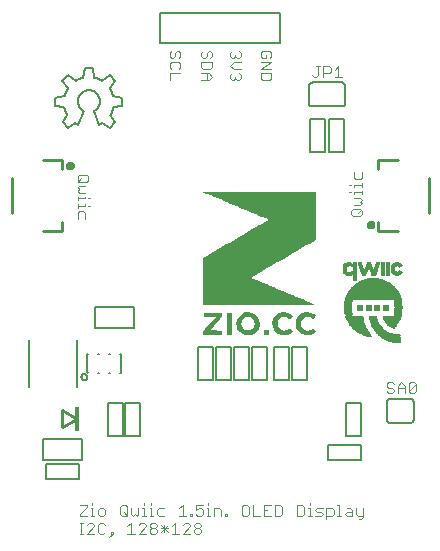
<source format=gbr>
G04 EAGLE Gerber RS-274X export*
G75*
%MOMM*%
%FSLAX34Y34*%
%LPD*%
%INSilkscreen Top*%
%IPPOS*%
%AMOC8*
5,1,8,0,0,1.08239X$1,22.5*%
G01*
%ADD10C,0.101600*%
%ADD11C,0.127000*%
%ADD12C,0.254000*%
%ADD13R,0.300000X2.100000*%
%ADD14C,0.400000*%
%ADD15C,0.152400*%
%ADD16C,0.200000*%
%ADD17R,0.120000X0.020000*%
%ADD18R,0.340000X0.020000*%
%ADD19R,0.320000X0.020000*%
%ADD20R,0.140000X0.020000*%
%ADD21R,0.280000X0.020000*%
%ADD22R,0.360000X0.020000*%
%ADD23R,0.420000X0.020000*%
%ADD24R,0.380000X0.020000*%
%ADD25R,0.480000X0.020000*%
%ADD26R,0.540000X0.020000*%
%ADD27R,0.560000X0.020000*%
%ADD28R,0.400000X0.020000*%
%ADD29R,0.640000X0.020000*%
%ADD30R,0.620000X0.020000*%
%ADD31R,0.700000X0.020000*%
%ADD32R,0.660000X0.020000*%
%ADD33R,0.740000X0.020000*%
%ADD34R,1.080000X0.020000*%
%ADD35R,0.800000X0.020000*%
%ADD36R,1.100000X0.020000*%
%ADD37R,0.440000X0.020000*%
%ADD38R,0.840000X0.020000*%
%ADD39R,1.120000X0.020000*%
%ADD40R,0.460000X0.020000*%
%ADD41R,0.860000X0.020000*%
%ADD42R,0.900000X0.020000*%
%ADD43R,1.140000X0.020000*%
%ADD44R,0.920000X0.020000*%
%ADD45R,1.160000X0.020000*%
%ADD46R,0.960000X0.020000*%
%ADD47R,0.500000X0.020000*%
%ADD48R,0.520000X0.020000*%
%ADD49R,0.940000X0.020000*%
%ADD50R,0.260000X0.020000*%
%ADD51R,0.180000X0.020000*%
%ADD52R,0.580000X0.020000*%
%ADD53R,0.060000X0.020000*%
%ADD54R,0.600000X0.020000*%
%ADD55R,0.300000X0.020000*%
%ADD56R,0.040000X0.020000*%
%ADD57R,0.100000X0.020000*%
%ADD58R,0.160000X0.020000*%
%ADD59R,0.220000X0.020000*%
%ADD60R,0.980000X0.020000*%
%ADD61R,0.880000X0.020000*%
%ADD62R,0.760000X0.020000*%
%ADD63R,1.060000X0.020000*%
%ADD64R,0.720000X0.020000*%
%ADD65R,0.820000X0.020000*%
%ADD66R,1.180000X0.020000*%
%ADD67R,1.340000X0.020000*%
%ADD68R,1.460000X0.020000*%
%ADD69R,1.600000X0.020000*%
%ADD70R,1.700000X0.020000*%
%ADD71R,1.820000X0.020000*%
%ADD72R,1.900000X0.020000*%
%ADD73R,1.980000X0.020000*%
%ADD74R,2.100000X0.020000*%
%ADD75R,2.160000X0.020000*%
%ADD76R,2.260000X0.020000*%
%ADD77R,2.340000X0.020000*%
%ADD78R,2.400000X0.020000*%
%ADD79R,2.480000X0.020000*%
%ADD80R,2.540000X0.020000*%
%ADD81R,2.600000X0.020000*%
%ADD82R,2.680000X0.020000*%
%ADD83R,2.720000X0.020000*%
%ADD84R,2.800000X0.020000*%
%ADD85R,2.840000X0.020000*%
%ADD86R,2.900000X0.020000*%
%ADD87R,2.960000X0.020000*%
%ADD88R,3.000000X0.020000*%
%ADD89R,3.060000X0.020000*%
%ADD90R,3.120000X0.020000*%
%ADD91R,3.160000X0.020000*%
%ADD92R,3.200000X0.020000*%
%ADD93R,3.260000X0.020000*%
%ADD94R,3.300000X0.020000*%
%ADD95R,3.340000X0.020000*%
%ADD96R,3.380000X0.020000*%
%ADD97R,3.420000X0.020000*%
%ADD98R,3.460000X0.020000*%
%ADD99R,3.520000X0.020000*%
%ADD100R,3.540000X0.020000*%
%ADD101R,3.580000X0.020000*%
%ADD102R,3.620000X0.020000*%
%ADD103R,3.660000X0.020000*%
%ADD104R,3.700000X0.020000*%
%ADD105R,3.740000X0.020000*%
%ADD106R,3.780000X0.020000*%
%ADD107R,3.800000X0.020000*%
%ADD108R,3.840000X0.020000*%
%ADD109R,3.860000X0.020000*%
%ADD110R,3.900000X0.020000*%
%ADD111R,3.940000X0.020000*%
%ADD112R,3.960000X0.020000*%
%ADD113R,3.980000X0.020000*%
%ADD114R,4.020000X0.020000*%
%ADD115R,4.060000X0.020000*%
%ADD116R,4.080000X0.020000*%
%ADD117R,4.100000X0.020000*%
%ADD118R,4.120000X0.020000*%
%ADD119R,4.160000X0.020000*%
%ADD120R,4.180000X0.020000*%
%ADD121R,4.200000X0.020000*%
%ADD122R,4.240000X0.020000*%
%ADD123R,4.260000X0.020000*%
%ADD124R,4.280000X0.020000*%
%ADD125R,4.300000X0.020000*%
%ADD126R,4.320000X0.020000*%
%ADD127R,4.340000X0.020000*%
%ADD128R,4.380000X0.020000*%
%ADD129R,4.400000X0.020000*%
%ADD130R,4.440000X0.020000*%
%ADD131R,4.460000X0.020000*%
%ADD132R,4.500000X0.020000*%
%ADD133R,4.520000X0.020000*%
%ADD134R,4.540000X0.020000*%
%ADD135R,4.560000X0.020000*%
%ADD136R,4.580000X0.020000*%
%ADD137R,4.600000X0.020000*%
%ADD138R,4.620000X0.020000*%
%ADD139R,4.640000X0.020000*%
%ADD140R,4.660000X0.020000*%
%ADD141R,4.680000X0.020000*%
%ADD142R,4.700000X0.020000*%
%ADD143R,4.720000X0.020000*%
%ADD144R,4.740000X0.020000*%
%ADD145R,0.680000X0.020000*%
%ADD146R,1.480000X0.020000*%
%ADD147R,1.580000X0.020000*%
%ADD148R,1.560000X0.020000*%
%ADD149R,1.540000X0.020000*%
%ADD150R,1.520000X0.020000*%
%ADD151R,1.500000X0.020000*%
%ADD152R,1.440000X0.020000*%
%ADD153R,1.400000X0.020000*%
%ADD154R,1.420000X0.020000*%
%ADD155R,1.380000X0.020000*%
%ADD156R,1.360000X0.020000*%
%ADD157R,1.320000X0.020000*%
%ADD158R,1.300000X0.020000*%
%ADD159R,1.260000X0.020000*%
%ADD160R,1.220000X0.020000*%
%ADD161R,1.200000X0.020000*%
%ADD162R,1.040000X0.020000*%
%ADD163R,1.020000X0.020000*%
%ADD164R,1.000000X0.020000*%
%ADD165R,1.280000X0.020000*%
%ADD166R,0.780000X0.020000*%
%ADD167R,1.240000X0.020000*%
%ADD168R,0.020000X0.020000*%
%ADD169R,1.840000X0.020000*%
%ADD170R,1.800000X0.020000*%
%ADD171R,1.780000X0.020000*%
%ADD172R,1.760000X0.020000*%
%ADD173R,1.740000X0.020000*%
%ADD174R,1.680000X0.020000*%
%ADD175R,1.660000X0.020000*%
%ADD176R,1.620000X0.020000*%

G36*
X209434Y206984D02*
X209434Y206984D01*
X225308Y206984D01*
X228480Y206987D01*
X231648Y206991D01*
X234820Y206991D01*
X237991Y206994D01*
X241163Y207000D01*
X244334Y207003D01*
X247503Y207007D01*
X250674Y207013D01*
X253846Y207019D01*
X257018Y207029D01*
X260186Y207042D01*
X263354Y207074D01*
X263359Y207078D01*
X263365Y207080D01*
X263364Y207082D01*
X263366Y207084D01*
X263361Y207090D01*
X263359Y207097D01*
X260603Y208262D01*
X257845Y209423D01*
X255083Y210582D01*
X252324Y211740D01*
X249562Y212899D01*
X246803Y214058D01*
X244041Y215216D01*
X241279Y216375D01*
X238521Y217533D01*
X235759Y218692D01*
X233016Y219841D01*
X230273Y220993D01*
X227531Y222145D01*
X224791Y223297D01*
X222048Y224452D01*
X219309Y225608D01*
X216566Y226766D01*
X213830Y227922D01*
X211090Y229087D01*
X208385Y230258D01*
X211120Y231866D01*
X216644Y235079D01*
X219406Y236685D01*
X222168Y238289D01*
X224933Y239895D01*
X227698Y241499D01*
X230463Y243102D01*
X233225Y244702D01*
X235991Y246306D01*
X238749Y247906D01*
X241508Y249503D01*
X244267Y251103D01*
X247026Y252703D01*
X249784Y254300D01*
X252543Y255901D01*
X255302Y257498D01*
X258057Y259098D01*
X260816Y260698D01*
X263575Y262295D01*
X263577Y262302D01*
X263581Y262305D01*
X263581Y302486D01*
X263570Y302498D01*
X263569Y302498D01*
X247663Y302498D01*
X244482Y302495D01*
X212666Y302495D01*
X210390Y302493D01*
X210359Y302493D01*
X210358Y302493D01*
X209485Y302492D01*
X180854Y302492D01*
X177673Y302489D01*
X168130Y302489D01*
X168125Y302485D01*
X168119Y302483D01*
X168120Y302480D01*
X168118Y302478D01*
X168123Y302473D01*
X168125Y302466D01*
X168765Y302191D01*
X171521Y301032D01*
X174279Y299873D01*
X177038Y298715D01*
X182556Y296398D01*
X185314Y295242D01*
X188070Y294084D01*
X190829Y292925D01*
X193587Y291770D01*
X196346Y290611D01*
X199050Y289479D01*
X201752Y288342D01*
X204456Y287206D01*
X207157Y286070D01*
X209861Y284937D01*
X212563Y283798D01*
X215264Y282662D01*
X217968Y281522D01*
X220669Y280383D01*
X223342Y279240D01*
X220620Y277610D01*
X217864Y275994D01*
X215102Y274378D01*
X212340Y272768D01*
X209578Y271158D01*
X206816Y269552D01*
X204051Y267945D01*
X201286Y266339D01*
X198521Y264735D01*
X195756Y263129D01*
X192988Y261525D01*
X190219Y259922D01*
X187448Y258315D01*
X184679Y256712D01*
X181911Y255105D01*
X176374Y251898D01*
X173606Y250292D01*
X170838Y248688D01*
X168069Y247082D01*
X168067Y247075D01*
X168063Y247071D01*
X168063Y206993D01*
X168074Y206981D01*
X168075Y206982D01*
X168075Y206981D01*
X206253Y206981D01*
X209434Y206984D01*
G37*
G36*
X206356Y181539D02*
X206356Y181539D01*
X206357Y181538D01*
X208504Y181794D01*
X208506Y181795D01*
X208507Y181795D01*
X211096Y182854D01*
X211097Y182856D01*
X211099Y182856D01*
X213285Y184603D01*
X213286Y184605D01*
X213287Y184605D01*
X214718Y186558D01*
X214718Y186560D01*
X214719Y186560D01*
X215315Y188081D01*
X215600Y188820D01*
X215599Y188822D01*
X215600Y188823D01*
X215888Y191229D01*
X215887Y191231D01*
X215888Y191233D01*
X215440Y194295D01*
X215438Y194297D01*
X215439Y194299D01*
X213999Y197083D01*
X213996Y197084D01*
X213996Y197087D01*
X211711Y199231D01*
X211709Y199231D01*
X211708Y199233D01*
X208869Y200568D01*
X208867Y200567D01*
X208866Y200569D01*
X205953Y200857D01*
X205952Y200856D01*
X205951Y200857D01*
X203561Y200719D01*
X203559Y200718D01*
X203557Y200719D01*
X201307Y199912D01*
X201306Y199910D01*
X201305Y199911D01*
X198795Y198154D01*
X198795Y198151D01*
X198793Y198151D01*
X196984Y195680D01*
X196985Y195678D01*
X196983Y195677D01*
X196135Y193520D01*
X196135Y193519D01*
X196134Y193518D01*
X196135Y193517D01*
X196134Y193517D01*
X195964Y191203D01*
X195965Y191202D01*
X195964Y191201D01*
X196115Y188974D01*
X196116Y188972D01*
X196116Y188970D01*
X196439Y188081D01*
X196871Y186874D01*
X196873Y186873D01*
X196872Y186871D01*
X198700Y184362D01*
X198702Y184362D01*
X198703Y184359D01*
X201231Y182551D01*
X201233Y182552D01*
X201234Y182550D01*
X204188Y181593D01*
X204190Y181594D01*
X204191Y181592D01*
X206355Y181538D01*
X206356Y181539D01*
G37*
G36*
X183772Y181811D02*
X183772Y181811D01*
X183772Y181812D01*
X183772Y185438D01*
X183762Y185450D01*
X183761Y185449D01*
X183760Y185450D01*
X183175Y185453D01*
X183169Y185453D01*
X181181Y185463D01*
X180771Y185465D01*
X180765Y185465D01*
X178605Y185476D01*
X178413Y185477D01*
X178408Y185477D01*
X176489Y185489D01*
X176484Y185489D01*
X176025Y185492D01*
X174203Y185501D01*
X174197Y185501D01*
X173475Y185504D01*
X175173Y187475D01*
X176892Y189469D01*
X178607Y191460D01*
X180323Y193451D01*
X182041Y195444D01*
X183757Y197435D01*
X183757Y197440D01*
X183760Y197443D01*
X183772Y200592D01*
X183762Y200604D01*
X183761Y200603D01*
X183760Y200604D01*
X168395Y200604D01*
X168383Y200594D01*
X168384Y200593D01*
X168383Y200592D01*
X168383Y196966D01*
X168394Y196954D01*
X168395Y196955D01*
X168395Y196954D01*
X170885Y196938D01*
X173372Y196925D01*
X175862Y196912D01*
X178326Y196897D01*
X176630Y194926D01*
X174915Y192935D01*
X173203Y190944D01*
X171491Y188950D01*
X169778Y186960D01*
X168066Y184969D01*
X168066Y184966D01*
X168065Y184965D01*
X168066Y184964D01*
X168063Y184961D01*
X168063Y181812D01*
X168074Y181800D01*
X168075Y181801D01*
X168075Y181800D01*
X183760Y181800D01*
X183772Y181811D01*
G37*
G36*
X236756Y181542D02*
X236756Y181542D01*
X236757Y181541D01*
X238895Y181794D01*
X238897Y181795D01*
X238898Y181795D01*
X241190Y182700D01*
X241191Y182702D01*
X241192Y182702D01*
X243161Y184187D01*
X243161Y184188D01*
X243162Y184188D01*
X243850Y184844D01*
X243851Y184860D01*
X243850Y184860D01*
X243850Y184861D01*
X242525Y186180D01*
X241197Y187498D01*
X241181Y187499D01*
X240609Y187035D01*
X238317Y185638D01*
X236353Y185380D01*
X234392Y185642D01*
X232205Y187229D01*
X230988Y189653D01*
X230831Y191253D01*
X230988Y192857D01*
X232051Y195038D01*
X233926Y196574D01*
X236129Y197114D01*
X238365Y196708D01*
X240344Y195573D01*
X241154Y195106D01*
X241166Y195108D01*
X241169Y195108D01*
X242292Y196421D01*
X243505Y197838D01*
X243505Y197844D01*
X243507Y197846D01*
X243506Y197847D01*
X243507Y197850D01*
X243354Y198365D01*
X243350Y198367D01*
X243349Y198371D01*
X241464Y199734D01*
X241462Y199734D01*
X241462Y199736D01*
X239301Y200610D01*
X239299Y200609D01*
X239298Y200610D01*
X236767Y200905D01*
X236766Y200904D01*
X236765Y200905D01*
X234220Y200767D01*
X234219Y200766D01*
X234217Y200767D01*
X231721Y199928D01*
X231720Y199926D01*
X231718Y199927D01*
X229558Y198422D01*
X229557Y198420D01*
X229555Y198420D01*
X227939Y196478D01*
X227939Y196475D01*
X227937Y196475D01*
X226888Y194177D01*
X226888Y194175D01*
X226887Y194174D01*
X226461Y191684D01*
X226462Y191682D01*
X226461Y191681D01*
X226659Y189063D01*
X226661Y189062D01*
X226660Y189060D01*
X227543Y186586D01*
X227545Y186585D01*
X227545Y186583D01*
X229075Y184452D01*
X229077Y184451D01*
X229077Y184449D01*
X231590Y182545D01*
X231592Y182545D01*
X231593Y182543D01*
X234598Y181580D01*
X234600Y181581D01*
X234602Y181579D01*
X236756Y181541D01*
X236756Y181542D01*
G37*
G36*
X256420Y181538D02*
X256420Y181538D01*
X256421Y181538D01*
X258856Y181832D01*
X258857Y181834D01*
X258859Y181833D01*
X261128Y182742D01*
X261129Y182744D01*
X261131Y182744D01*
X263070Y184238D01*
X263071Y184240D01*
X263072Y184240D01*
X263578Y184842D01*
X263578Y184857D01*
X262310Y186234D01*
X261043Y187498D01*
X261027Y187499D01*
X260454Y187035D01*
X258632Y185840D01*
X256511Y185370D01*
X254282Y185632D01*
X252421Y186887D01*
X251076Y188880D01*
X250670Y191253D01*
X251012Y193384D01*
X252066Y195265D01*
X253771Y196574D01*
X256086Y197127D01*
X258415Y196638D01*
X260449Y195378D01*
X260993Y195099D01*
X260996Y195100D01*
X260997Y195099D01*
X261000Y195099D01*
X261003Y195102D01*
X261004Y195102D01*
X261008Y195102D01*
X262147Y196421D01*
X262147Y196422D01*
X262149Y196423D01*
X263195Y198359D01*
X263192Y198374D01*
X261307Y199734D01*
X261305Y199734D01*
X261304Y199736D01*
X259147Y200610D01*
X259145Y200609D01*
X259144Y200610D01*
X256612Y200905D01*
X256611Y200904D01*
X256610Y200905D01*
X254066Y200767D01*
X254065Y200766D01*
X254063Y200767D01*
X251506Y199880D01*
X251505Y199878D01*
X251503Y199879D01*
X249291Y198320D01*
X249291Y198318D01*
X249289Y198318D01*
X247615Y196192D01*
X247615Y196190D01*
X247613Y196190D01*
X246573Y193690D01*
X246574Y193688D01*
X246572Y193687D01*
X246329Y191200D01*
X246330Y191199D01*
X246329Y191198D01*
X246576Y188711D01*
X246577Y188709D01*
X246576Y188707D01*
X247687Y186080D01*
X247689Y186079D01*
X247689Y186077D01*
X249510Y183878D01*
X249512Y183878D01*
X249513Y183876D01*
X251910Y182336D01*
X251912Y182337D01*
X251913Y182335D01*
X254656Y181545D01*
X254658Y181546D01*
X254659Y181544D01*
X256419Y181538D01*
X256420Y181538D01*
G37*
%LPC*%
G36*
X204529Y185508D02*
X204529Y185508D01*
X203713Y185962D01*
X201941Y186996D01*
X201306Y188091D01*
X200459Y189555D01*
X200261Y191311D01*
X200497Y193064D01*
X201606Y195159D01*
X203477Y196596D01*
X205792Y197088D01*
X207878Y196753D01*
X209659Y195619D01*
X211173Y193396D01*
X211550Y190979D01*
X211001Y188599D01*
X210625Y188092D01*
X209544Y186641D01*
X207386Y185508D01*
X204529Y185508D01*
G37*
%LPD*%
G36*
X191988Y181811D02*
X191988Y181811D01*
X191987Y181811D01*
X191988Y181812D01*
X191988Y200589D01*
X191977Y200601D01*
X191977Y200600D01*
X191976Y200601D01*
X187921Y200601D01*
X187909Y200590D01*
X187910Y200590D01*
X187909Y200589D01*
X187909Y181812D01*
X187919Y181800D01*
X187920Y181801D01*
X187921Y181800D01*
X191976Y181800D01*
X191988Y181811D01*
G37*
G36*
X223358Y181811D02*
X223358Y181811D01*
X223357Y181811D01*
X223358Y181812D01*
X223358Y186078D01*
X223348Y186090D01*
X223347Y186089D01*
X223346Y186090D01*
X218971Y186090D01*
X218959Y186080D01*
X218960Y186079D01*
X218959Y186078D01*
X218959Y181812D01*
X218970Y181800D01*
X218971Y181801D01*
X218971Y181800D01*
X223346Y181800D01*
X223358Y181811D01*
G37*
D10*
X300481Y282194D02*
X294380Y282194D01*
X292854Y283719D01*
X292854Y286770D01*
X294380Y288295D01*
X300481Y288295D01*
X302006Y286770D01*
X302006Y283719D01*
X300481Y282194D01*
X298955Y285245D02*
X302006Y288295D01*
X300481Y291549D02*
X295905Y291549D01*
X300481Y291549D02*
X302006Y293074D01*
X300481Y294600D01*
X302006Y296125D01*
X300481Y297650D01*
X295905Y297650D01*
X295905Y300904D02*
X295905Y302430D01*
X302006Y302430D01*
X302006Y303955D02*
X302006Y300904D01*
X292854Y302430D02*
X291329Y302430D01*
X295905Y307141D02*
X295905Y308666D01*
X302006Y308666D01*
X302006Y307141D02*
X302006Y310192D01*
X292854Y308666D02*
X291329Y308666D01*
X295905Y314903D02*
X295905Y319479D01*
X295905Y314903D02*
X297430Y313378D01*
X300481Y313378D01*
X302006Y314903D01*
X302006Y319479D01*
X69095Y317500D02*
X62993Y317500D01*
X69095Y317500D02*
X70620Y315975D01*
X70620Y312924D01*
X69095Y311399D01*
X62993Y311399D01*
X61468Y312924D01*
X61468Y315975D01*
X62993Y317500D01*
X64519Y314449D02*
X61468Y311399D01*
X62993Y308145D02*
X67569Y308145D01*
X62993Y308145D02*
X61468Y306620D01*
X62993Y305094D01*
X61468Y303569D01*
X62993Y302044D01*
X67569Y302044D01*
X67569Y298790D02*
X67569Y297264D01*
X61468Y297264D01*
X61468Y295739D02*
X61468Y298790D01*
X70620Y297264D02*
X72145Y297264D01*
X67569Y292553D02*
X67569Y291028D01*
X61468Y291028D01*
X61468Y292553D02*
X61468Y289502D01*
X70620Y291028D02*
X72145Y291028D01*
X67569Y284791D02*
X67569Y280215D01*
X67569Y284791D02*
X66044Y286316D01*
X62993Y286316D01*
X61468Y284791D01*
X61468Y280215D01*
X147073Y416047D02*
X148598Y417572D01*
X148598Y420623D01*
X147073Y422148D01*
X145547Y422148D01*
X144022Y420623D01*
X144022Y417572D01*
X142497Y416047D01*
X140971Y416047D01*
X139446Y417572D01*
X139446Y420623D01*
X140971Y422148D01*
X148598Y408217D02*
X147073Y406692D01*
X148598Y408217D02*
X148598Y411268D01*
X147073Y412793D01*
X140971Y412793D01*
X139446Y411268D01*
X139446Y408217D01*
X140971Y406692D01*
X139446Y403438D02*
X148598Y403438D01*
X139446Y403438D02*
X139446Y397336D01*
X173997Y416047D02*
X175522Y417572D01*
X175522Y420623D01*
X173997Y422148D01*
X172471Y422148D01*
X170946Y420623D01*
X170946Y417572D01*
X169421Y416047D01*
X167895Y416047D01*
X166370Y417572D01*
X166370Y420623D01*
X167895Y422148D01*
X166370Y412793D02*
X175522Y412793D01*
X166370Y412793D02*
X166370Y408217D01*
X167895Y406692D01*
X173997Y406692D01*
X175522Y408217D01*
X175522Y412793D01*
X172471Y403438D02*
X166370Y403438D01*
X172471Y403438D02*
X175522Y400387D01*
X172471Y397336D01*
X166370Y397336D01*
X170946Y397336D02*
X170946Y403438D01*
X198127Y422148D02*
X199652Y420623D01*
X199652Y417572D01*
X198127Y416047D01*
X196601Y416047D01*
X195076Y417572D01*
X195076Y419097D01*
X195076Y417572D02*
X193551Y416047D01*
X192025Y416047D01*
X190500Y417572D01*
X190500Y420623D01*
X192025Y422148D01*
X193551Y412793D02*
X199652Y412793D01*
X193551Y412793D02*
X190500Y409742D01*
X193551Y406692D01*
X199652Y406692D01*
X198127Y403438D02*
X199652Y401912D01*
X199652Y398862D01*
X198127Y397336D01*
X196601Y397336D01*
X195076Y398862D01*
X195076Y400387D01*
X195076Y398862D02*
X193551Y397336D01*
X192025Y397336D01*
X190500Y398862D01*
X190500Y401912D01*
X192025Y403438D01*
X224035Y416047D02*
X225560Y417572D01*
X225560Y420623D01*
X224035Y422148D01*
X217933Y422148D01*
X216408Y420623D01*
X216408Y417572D01*
X217933Y416047D01*
X220984Y416047D01*
X220984Y419097D01*
X216408Y412793D02*
X225560Y412793D01*
X216408Y406692D01*
X225560Y406692D01*
X225560Y403438D02*
X216408Y403438D01*
X216408Y398862D01*
X217933Y397336D01*
X224035Y397336D01*
X225560Y398862D01*
X225560Y403438D01*
X260350Y401575D02*
X261875Y400050D01*
X263401Y400050D01*
X264926Y401575D01*
X264926Y409202D01*
X263401Y409202D02*
X266451Y409202D01*
X269705Y409202D02*
X269705Y400050D01*
X269705Y409202D02*
X274281Y409202D01*
X275806Y407677D01*
X275806Y404626D01*
X274281Y403101D01*
X269705Y403101D01*
X279060Y406151D02*
X282111Y409202D01*
X282111Y400050D01*
X279060Y400050D02*
X285162Y400050D01*
X327664Y141486D02*
X329189Y139961D01*
X327664Y141486D02*
X324613Y141486D01*
X323088Y139961D01*
X323088Y138435D01*
X324613Y136910D01*
X327664Y136910D01*
X329189Y135385D01*
X329189Y133859D01*
X327664Y132334D01*
X324613Y132334D01*
X323088Y133859D01*
X332443Y132334D02*
X332443Y138435D01*
X335494Y141486D01*
X338544Y138435D01*
X338544Y132334D01*
X338544Y136910D02*
X332443Y136910D01*
X341798Y133859D02*
X341798Y139961D01*
X343324Y141486D01*
X346374Y141486D01*
X347900Y139961D01*
X347900Y133859D01*
X346374Y132334D01*
X343324Y132334D01*
X341798Y133859D01*
X347900Y139961D01*
X69347Y37854D02*
X63246Y37854D01*
X69347Y37854D02*
X69347Y36329D01*
X63246Y30227D01*
X63246Y28702D01*
X69347Y28702D01*
X72601Y34803D02*
X74126Y34803D01*
X74126Y28702D01*
X72601Y28702D02*
X75652Y28702D01*
X74126Y37854D02*
X74126Y39379D01*
X80363Y28702D02*
X83414Y28702D01*
X84939Y30227D01*
X84939Y33278D01*
X83414Y34803D01*
X80363Y34803D01*
X78838Y33278D01*
X78838Y30227D01*
X80363Y28702D01*
X97548Y30227D02*
X97548Y36329D01*
X99074Y37854D01*
X102124Y37854D01*
X103650Y36329D01*
X103650Y30227D01*
X102124Y28702D01*
X99074Y28702D01*
X97548Y30227D01*
X100599Y31753D02*
X103650Y28702D01*
X106904Y30227D02*
X106904Y34803D01*
X106904Y30227D02*
X108429Y28702D01*
X109954Y30227D01*
X111479Y28702D01*
X113005Y30227D01*
X113005Y34803D01*
X116259Y34803D02*
X117784Y34803D01*
X117784Y28702D01*
X116259Y28702D02*
X119309Y28702D01*
X117784Y37854D02*
X117784Y39379D01*
X122496Y34803D02*
X124021Y34803D01*
X124021Y28702D01*
X122496Y28702D02*
X125546Y28702D01*
X124021Y37854D02*
X124021Y39379D01*
X130258Y34803D02*
X134833Y34803D01*
X130258Y34803D02*
X128732Y33278D01*
X128732Y30227D01*
X130258Y28702D01*
X134833Y28702D01*
X147443Y34803D02*
X150493Y37854D01*
X150493Y28702D01*
X147443Y28702D02*
X153544Y28702D01*
X156798Y28702D02*
X156798Y30227D01*
X158323Y30227D01*
X158323Y28702D01*
X156798Y28702D01*
X161475Y37854D02*
X167577Y37854D01*
X161475Y37854D02*
X161475Y33278D01*
X164526Y34803D01*
X166051Y34803D01*
X167577Y33278D01*
X167577Y30227D01*
X166051Y28702D01*
X163001Y28702D01*
X161475Y30227D01*
X170831Y34803D02*
X172356Y34803D01*
X172356Y28702D01*
X170831Y28702D02*
X173881Y28702D01*
X172356Y37854D02*
X172356Y39379D01*
X177067Y34803D02*
X177067Y28702D01*
X177067Y34803D02*
X181643Y34803D01*
X183169Y33278D01*
X183169Y28702D01*
X186423Y28702D02*
X186423Y30227D01*
X187948Y30227D01*
X187948Y28702D01*
X186423Y28702D01*
X201981Y37854D02*
X205031Y37854D01*
X201981Y37854D02*
X200455Y36329D01*
X200455Y30227D01*
X201981Y28702D01*
X205031Y28702D01*
X206557Y30227D01*
X206557Y36329D01*
X205031Y37854D01*
X209811Y37854D02*
X209811Y28702D01*
X215912Y28702D01*
X219166Y37854D02*
X225267Y37854D01*
X219166Y37854D02*
X219166Y28702D01*
X225267Y28702D01*
X222216Y33278D02*
X219166Y33278D01*
X228521Y37854D02*
X228521Y28702D01*
X233097Y28702D01*
X234622Y30227D01*
X234622Y36329D01*
X233097Y37854D01*
X228521Y37854D01*
X247231Y37854D02*
X247231Y28702D01*
X251807Y28702D01*
X253333Y30227D01*
X253333Y36329D01*
X251807Y37854D01*
X247231Y37854D01*
X256587Y34803D02*
X258112Y34803D01*
X258112Y28702D01*
X256587Y28702D02*
X259637Y28702D01*
X258112Y37854D02*
X258112Y39379D01*
X262823Y28702D02*
X267399Y28702D01*
X268924Y30227D01*
X267399Y31753D01*
X264349Y31753D01*
X262823Y33278D01*
X264349Y34803D01*
X268924Y34803D01*
X272178Y34803D02*
X272178Y25651D01*
X272178Y34803D02*
X276754Y34803D01*
X278280Y33278D01*
X278280Y30227D01*
X276754Y28702D01*
X272178Y28702D01*
X281534Y37854D02*
X283059Y37854D01*
X283059Y28702D01*
X281534Y28702D02*
X284584Y28702D01*
X289296Y34803D02*
X292346Y34803D01*
X293872Y33278D01*
X293872Y28702D01*
X289296Y28702D01*
X287770Y30227D01*
X289296Y31753D01*
X293872Y31753D01*
X297126Y30227D02*
X297126Y34803D01*
X297126Y30227D02*
X298651Y28702D01*
X303227Y28702D01*
X303227Y27177D02*
X303227Y34803D01*
X303227Y27177D02*
X301702Y25651D01*
X300176Y25651D01*
X66297Y13462D02*
X63246Y13462D01*
X64771Y13462D02*
X64771Y22614D01*
X63246Y22614D02*
X66297Y22614D01*
X69483Y13462D02*
X75584Y13462D01*
X69483Y13462D02*
X75584Y19563D01*
X75584Y21089D01*
X74059Y22614D01*
X71008Y22614D01*
X69483Y21089D01*
X83414Y22614D02*
X84939Y21089D01*
X83414Y22614D02*
X80363Y22614D01*
X78838Y21089D01*
X78838Y14987D01*
X80363Y13462D01*
X83414Y13462D01*
X84939Y14987D01*
X88193Y10411D02*
X91244Y13462D01*
X91244Y14987D01*
X89718Y14987D01*
X89718Y13462D01*
X91244Y13462D01*
X103785Y19563D02*
X106836Y22614D01*
X106836Y13462D01*
X109886Y13462D02*
X103785Y13462D01*
X113140Y13462D02*
X119242Y13462D01*
X119242Y19563D02*
X113140Y13462D01*
X119242Y19563D02*
X119242Y21089D01*
X117716Y22614D01*
X114666Y22614D01*
X113140Y21089D01*
X122496Y21089D02*
X124021Y22614D01*
X127071Y22614D01*
X128597Y21089D01*
X128597Y19563D01*
X127071Y18038D01*
X128597Y16513D01*
X128597Y14987D01*
X127071Y13462D01*
X124021Y13462D01*
X122496Y14987D01*
X122496Y16513D01*
X124021Y18038D01*
X122496Y19563D01*
X122496Y21089D01*
X124021Y18038D02*
X127071Y18038D01*
X131851Y21089D02*
X137952Y14987D01*
X131851Y14987D02*
X137952Y21089D01*
X137952Y18038D02*
X131851Y18038D01*
X134901Y14987D02*
X134901Y21089D01*
X141206Y19563D02*
X144256Y22614D01*
X144256Y13462D01*
X141206Y13462D02*
X147307Y13462D01*
X150561Y13462D02*
X156662Y13462D01*
X150561Y13462D02*
X156662Y19563D01*
X156662Y21089D01*
X155137Y22614D01*
X152086Y22614D01*
X150561Y21089D01*
X159916Y21089D02*
X161442Y22614D01*
X164492Y22614D01*
X166017Y21089D01*
X166017Y19563D01*
X164492Y18038D01*
X166017Y16513D01*
X166017Y14987D01*
X164492Y13462D01*
X161442Y13462D01*
X159916Y14987D01*
X159916Y16513D01*
X161442Y18038D01*
X159916Y19563D01*
X159916Y21089D01*
X161442Y18038D02*
X164492Y18038D01*
D11*
X273304Y76200D02*
X301244Y76200D01*
X273304Y76200D02*
X273304Y88900D01*
X301244Y88900D01*
X301244Y76200D01*
X255778Y143510D02*
X255778Y171450D01*
X255778Y143510D02*
X243078Y143510D01*
X243078Y171450D01*
X255778Y171450D01*
X240792Y171450D02*
X240792Y143510D01*
X228092Y143510D01*
X228092Y171450D01*
X240792Y171450D01*
X221488Y171450D02*
X221488Y143510D01*
X208788Y143510D01*
X208788Y171450D01*
X221488Y171450D01*
X178562Y171450D02*
X178562Y143510D01*
X178562Y171450D02*
X191262Y171450D01*
X191262Y143510D01*
X178562Y143510D01*
X109474Y187706D02*
X109474Y205486D01*
X109474Y187706D02*
X76454Y187706D01*
X76454Y205486D01*
X109474Y205486D01*
X32004Y93726D02*
X32004Y75946D01*
X32004Y93726D02*
X65024Y93726D01*
X65024Y75946D01*
X32004Y75946D01*
D12*
X48268Y103744D02*
X60768Y110744D01*
X48268Y103744D02*
X48268Y117744D01*
X60768Y110744D01*
D13*
X61268Y110744D03*
D14*
X308386Y275000D02*
X308388Y275075D01*
X308394Y275149D01*
X308404Y275223D01*
X308417Y275296D01*
X308435Y275369D01*
X308456Y275440D01*
X308481Y275511D01*
X308510Y275580D01*
X308543Y275647D01*
X308579Y275712D01*
X308618Y275776D01*
X308660Y275837D01*
X308706Y275896D01*
X308755Y275953D01*
X308807Y276006D01*
X308861Y276057D01*
X308918Y276106D01*
X308978Y276150D01*
X309040Y276192D01*
X309104Y276231D01*
X309170Y276266D01*
X309237Y276297D01*
X309307Y276325D01*
X309377Y276349D01*
X309449Y276370D01*
X309522Y276386D01*
X309595Y276399D01*
X309670Y276408D01*
X309744Y276413D01*
X309819Y276414D01*
X309893Y276411D01*
X309968Y276404D01*
X310041Y276393D01*
X310115Y276379D01*
X310187Y276360D01*
X310258Y276338D01*
X310328Y276312D01*
X310397Y276282D01*
X310463Y276249D01*
X310528Y276212D01*
X310591Y276172D01*
X310652Y276128D01*
X310710Y276082D01*
X310766Y276032D01*
X310819Y275980D01*
X310870Y275925D01*
X310917Y275867D01*
X310961Y275807D01*
X311002Y275744D01*
X311040Y275680D01*
X311074Y275614D01*
X311105Y275545D01*
X311132Y275476D01*
X311155Y275405D01*
X311174Y275333D01*
X311190Y275260D01*
X311202Y275186D01*
X311210Y275112D01*
X311214Y275037D01*
X311214Y274963D01*
X311210Y274888D01*
X311202Y274814D01*
X311190Y274740D01*
X311174Y274667D01*
X311155Y274595D01*
X311132Y274524D01*
X311105Y274455D01*
X311074Y274386D01*
X311040Y274320D01*
X311002Y274256D01*
X310961Y274193D01*
X310917Y274133D01*
X310870Y274075D01*
X310819Y274020D01*
X310766Y273968D01*
X310710Y273918D01*
X310652Y273872D01*
X310591Y273828D01*
X310528Y273788D01*
X310463Y273751D01*
X310397Y273718D01*
X310328Y273688D01*
X310258Y273662D01*
X310187Y273640D01*
X310115Y273621D01*
X310041Y273607D01*
X309968Y273596D01*
X309893Y273589D01*
X309819Y273586D01*
X309744Y273587D01*
X309670Y273592D01*
X309595Y273601D01*
X309522Y273614D01*
X309449Y273630D01*
X309377Y273651D01*
X309307Y273675D01*
X309237Y273703D01*
X309170Y273734D01*
X309104Y273769D01*
X309040Y273808D01*
X308978Y273850D01*
X308918Y273894D01*
X308861Y273943D01*
X308807Y273994D01*
X308755Y274047D01*
X308706Y274104D01*
X308660Y274163D01*
X308618Y274224D01*
X308579Y274288D01*
X308543Y274353D01*
X308510Y274420D01*
X308481Y274489D01*
X308456Y274560D01*
X308435Y274631D01*
X308417Y274704D01*
X308404Y274777D01*
X308394Y274851D01*
X308388Y274925D01*
X308386Y275000D01*
D12*
X358800Y285000D02*
X358800Y315000D01*
X332800Y270000D02*
X316300Y270000D01*
X316300Y322500D02*
X316300Y330000D01*
X332800Y330000D01*
X316300Y277500D02*
X316300Y270000D01*
D14*
X53586Y325000D02*
X53588Y325075D01*
X53594Y325149D01*
X53604Y325223D01*
X53617Y325296D01*
X53635Y325369D01*
X53656Y325440D01*
X53681Y325511D01*
X53710Y325580D01*
X53743Y325647D01*
X53779Y325712D01*
X53818Y325776D01*
X53860Y325837D01*
X53906Y325896D01*
X53955Y325953D01*
X54007Y326006D01*
X54061Y326057D01*
X54118Y326106D01*
X54178Y326150D01*
X54240Y326192D01*
X54304Y326231D01*
X54370Y326266D01*
X54437Y326297D01*
X54507Y326325D01*
X54577Y326349D01*
X54649Y326370D01*
X54722Y326386D01*
X54795Y326399D01*
X54870Y326408D01*
X54944Y326413D01*
X55019Y326414D01*
X55093Y326411D01*
X55168Y326404D01*
X55241Y326393D01*
X55315Y326379D01*
X55387Y326360D01*
X55458Y326338D01*
X55528Y326312D01*
X55597Y326282D01*
X55663Y326249D01*
X55728Y326212D01*
X55791Y326172D01*
X55852Y326128D01*
X55910Y326082D01*
X55966Y326032D01*
X56019Y325980D01*
X56070Y325925D01*
X56117Y325867D01*
X56161Y325807D01*
X56202Y325744D01*
X56240Y325680D01*
X56274Y325614D01*
X56305Y325545D01*
X56332Y325476D01*
X56355Y325405D01*
X56374Y325333D01*
X56390Y325260D01*
X56402Y325186D01*
X56410Y325112D01*
X56414Y325037D01*
X56414Y324963D01*
X56410Y324888D01*
X56402Y324814D01*
X56390Y324740D01*
X56374Y324667D01*
X56355Y324595D01*
X56332Y324524D01*
X56305Y324455D01*
X56274Y324386D01*
X56240Y324320D01*
X56202Y324256D01*
X56161Y324193D01*
X56117Y324133D01*
X56070Y324075D01*
X56019Y324020D01*
X55966Y323968D01*
X55910Y323918D01*
X55852Y323872D01*
X55791Y323828D01*
X55728Y323788D01*
X55663Y323751D01*
X55597Y323718D01*
X55528Y323688D01*
X55458Y323662D01*
X55387Y323640D01*
X55315Y323621D01*
X55241Y323607D01*
X55168Y323596D01*
X55093Y323589D01*
X55019Y323586D01*
X54944Y323587D01*
X54870Y323592D01*
X54795Y323601D01*
X54722Y323614D01*
X54649Y323630D01*
X54577Y323651D01*
X54507Y323675D01*
X54437Y323703D01*
X54370Y323734D01*
X54304Y323769D01*
X54240Y323808D01*
X54178Y323850D01*
X54118Y323894D01*
X54061Y323943D01*
X54007Y323994D01*
X53955Y324047D01*
X53906Y324104D01*
X53860Y324163D01*
X53818Y324224D01*
X53779Y324288D01*
X53743Y324353D01*
X53710Y324420D01*
X53681Y324489D01*
X53656Y324560D01*
X53635Y324631D01*
X53617Y324704D01*
X53604Y324777D01*
X53594Y324851D01*
X53588Y324925D01*
X53586Y325000D01*
D12*
X6000Y315000D02*
X6000Y285000D01*
X32000Y330000D02*
X48500Y330000D01*
X48500Y277500D02*
X48500Y270000D01*
X32000Y270000D01*
X48500Y322500D02*
X48500Y330000D01*
D15*
X260096Y375158D02*
X285496Y375158D01*
X288036Y392938D02*
X288034Y393038D01*
X288028Y393137D01*
X288018Y393237D01*
X288005Y393335D01*
X287987Y393434D01*
X287966Y393531D01*
X287941Y393627D01*
X287912Y393723D01*
X287879Y393817D01*
X287843Y393910D01*
X287803Y394001D01*
X287759Y394091D01*
X287712Y394179D01*
X287662Y394265D01*
X287608Y394349D01*
X287551Y394431D01*
X287491Y394510D01*
X287427Y394588D01*
X287361Y394662D01*
X287292Y394734D01*
X287220Y394803D01*
X287146Y394869D01*
X287068Y394933D01*
X286989Y394993D01*
X286907Y395050D01*
X286823Y395104D01*
X286737Y395154D01*
X286649Y395201D01*
X286559Y395245D01*
X286468Y395285D01*
X286375Y395321D01*
X286281Y395354D01*
X286185Y395383D01*
X286089Y395408D01*
X285992Y395429D01*
X285893Y395447D01*
X285795Y395460D01*
X285695Y395470D01*
X285596Y395476D01*
X285496Y395478D01*
X260096Y395478D02*
X259996Y395476D01*
X259897Y395470D01*
X259797Y395460D01*
X259699Y395447D01*
X259600Y395429D01*
X259503Y395408D01*
X259407Y395383D01*
X259311Y395354D01*
X259217Y395321D01*
X259124Y395285D01*
X259033Y395245D01*
X258943Y395201D01*
X258855Y395154D01*
X258769Y395104D01*
X258685Y395050D01*
X258603Y394993D01*
X258524Y394933D01*
X258446Y394869D01*
X258372Y394803D01*
X258300Y394734D01*
X258231Y394662D01*
X258165Y394588D01*
X258101Y394510D01*
X258041Y394431D01*
X257984Y394349D01*
X257930Y394265D01*
X257880Y394179D01*
X257833Y394091D01*
X257789Y394001D01*
X257749Y393910D01*
X257713Y393817D01*
X257680Y393723D01*
X257651Y393627D01*
X257626Y393531D01*
X257605Y393434D01*
X257587Y393335D01*
X257574Y393237D01*
X257564Y393137D01*
X257558Y393038D01*
X257556Y392938D01*
X257556Y377698D02*
X257558Y377598D01*
X257564Y377499D01*
X257574Y377399D01*
X257587Y377301D01*
X257605Y377202D01*
X257626Y377105D01*
X257651Y377009D01*
X257680Y376913D01*
X257713Y376819D01*
X257749Y376726D01*
X257789Y376635D01*
X257833Y376545D01*
X257880Y376457D01*
X257930Y376371D01*
X257984Y376287D01*
X258041Y376205D01*
X258101Y376126D01*
X258165Y376048D01*
X258231Y375974D01*
X258300Y375902D01*
X258372Y375833D01*
X258446Y375767D01*
X258524Y375703D01*
X258603Y375643D01*
X258685Y375586D01*
X258769Y375532D01*
X258855Y375482D01*
X258943Y375435D01*
X259033Y375391D01*
X259124Y375351D01*
X259217Y375315D01*
X259311Y375282D01*
X259407Y375253D01*
X259503Y375228D01*
X259600Y375207D01*
X259699Y375189D01*
X259797Y375176D01*
X259897Y375166D01*
X259996Y375160D01*
X260096Y375158D01*
X285496Y375158D02*
X285596Y375160D01*
X285695Y375166D01*
X285795Y375176D01*
X285893Y375189D01*
X285992Y375207D01*
X286089Y375228D01*
X286185Y375253D01*
X286281Y375282D01*
X286375Y375315D01*
X286468Y375351D01*
X286559Y375391D01*
X286649Y375435D01*
X286737Y375482D01*
X286823Y375532D01*
X286907Y375586D01*
X286989Y375643D01*
X287068Y375703D01*
X287146Y375767D01*
X287220Y375833D01*
X287292Y375902D01*
X287361Y375974D01*
X287427Y376048D01*
X287491Y376126D01*
X287551Y376205D01*
X287608Y376287D01*
X287662Y376371D01*
X287712Y376457D01*
X287759Y376545D01*
X287803Y376635D01*
X287843Y376726D01*
X287879Y376819D01*
X287912Y376913D01*
X287941Y377009D01*
X287966Y377105D01*
X287987Y377202D01*
X288005Y377301D01*
X288018Y377399D01*
X288028Y377499D01*
X288034Y377598D01*
X288036Y377698D01*
X288036Y392938D01*
X257556Y392938D02*
X257556Y377698D01*
X260096Y395478D02*
X285496Y395478D01*
X326136Y107442D02*
X343408Y107442D01*
X345948Y125222D02*
X345946Y125322D01*
X345940Y125421D01*
X345930Y125521D01*
X345917Y125619D01*
X345899Y125718D01*
X345878Y125815D01*
X345853Y125911D01*
X345824Y126007D01*
X345791Y126101D01*
X345755Y126194D01*
X345715Y126285D01*
X345671Y126375D01*
X345624Y126463D01*
X345574Y126549D01*
X345520Y126633D01*
X345463Y126715D01*
X345403Y126794D01*
X345339Y126872D01*
X345273Y126946D01*
X345204Y127018D01*
X345132Y127087D01*
X345058Y127153D01*
X344980Y127217D01*
X344901Y127277D01*
X344819Y127334D01*
X344735Y127388D01*
X344649Y127438D01*
X344561Y127485D01*
X344471Y127529D01*
X344380Y127569D01*
X344287Y127605D01*
X344193Y127638D01*
X344097Y127667D01*
X344001Y127692D01*
X343904Y127713D01*
X343805Y127731D01*
X343707Y127744D01*
X343607Y127754D01*
X343508Y127760D01*
X343408Y127762D01*
X326136Y127762D02*
X326036Y127760D01*
X325937Y127754D01*
X325837Y127744D01*
X325739Y127731D01*
X325640Y127713D01*
X325543Y127692D01*
X325447Y127667D01*
X325351Y127638D01*
X325257Y127605D01*
X325164Y127569D01*
X325073Y127529D01*
X324983Y127485D01*
X324895Y127438D01*
X324809Y127388D01*
X324725Y127334D01*
X324643Y127277D01*
X324564Y127217D01*
X324486Y127153D01*
X324412Y127087D01*
X324340Y127018D01*
X324271Y126946D01*
X324205Y126872D01*
X324141Y126794D01*
X324081Y126715D01*
X324024Y126633D01*
X323970Y126549D01*
X323920Y126463D01*
X323873Y126375D01*
X323829Y126285D01*
X323789Y126194D01*
X323753Y126101D01*
X323720Y126007D01*
X323691Y125911D01*
X323666Y125815D01*
X323645Y125718D01*
X323627Y125619D01*
X323614Y125521D01*
X323604Y125421D01*
X323598Y125322D01*
X323596Y125222D01*
X323596Y109982D02*
X323598Y109882D01*
X323604Y109783D01*
X323614Y109683D01*
X323627Y109585D01*
X323645Y109486D01*
X323666Y109389D01*
X323691Y109293D01*
X323720Y109197D01*
X323753Y109103D01*
X323789Y109010D01*
X323829Y108919D01*
X323873Y108829D01*
X323920Y108741D01*
X323970Y108655D01*
X324024Y108571D01*
X324081Y108489D01*
X324141Y108410D01*
X324205Y108332D01*
X324271Y108258D01*
X324340Y108186D01*
X324412Y108117D01*
X324486Y108051D01*
X324564Y107987D01*
X324643Y107927D01*
X324725Y107870D01*
X324809Y107816D01*
X324895Y107766D01*
X324983Y107719D01*
X325073Y107675D01*
X325164Y107635D01*
X325257Y107599D01*
X325351Y107566D01*
X325447Y107537D01*
X325543Y107512D01*
X325640Y107491D01*
X325739Y107473D01*
X325837Y107460D01*
X325937Y107450D01*
X326036Y107444D01*
X326136Y107442D01*
X343408Y107442D02*
X343508Y107444D01*
X343607Y107450D01*
X343707Y107460D01*
X343805Y107473D01*
X343904Y107491D01*
X344001Y107512D01*
X344097Y107537D01*
X344193Y107566D01*
X344287Y107599D01*
X344380Y107635D01*
X344471Y107675D01*
X344561Y107719D01*
X344649Y107766D01*
X344735Y107816D01*
X344819Y107870D01*
X344901Y107927D01*
X344980Y107987D01*
X345058Y108051D01*
X345132Y108117D01*
X345204Y108186D01*
X345273Y108258D01*
X345339Y108332D01*
X345403Y108410D01*
X345463Y108489D01*
X345520Y108571D01*
X345574Y108655D01*
X345624Y108741D01*
X345671Y108829D01*
X345715Y108919D01*
X345755Y109010D01*
X345791Y109103D01*
X345824Y109197D01*
X345853Y109293D01*
X345878Y109389D01*
X345899Y109486D01*
X345917Y109585D01*
X345930Y109683D01*
X345940Y109783D01*
X345946Y109882D01*
X345948Y109982D01*
X345948Y125222D01*
X323596Y125222D02*
X323596Y109982D01*
X326136Y127762D02*
X343408Y127762D01*
D16*
X60640Y137734D02*
X60640Y177734D01*
X20640Y177734D02*
X20640Y137734D01*
D11*
X274574Y336804D02*
X274574Y364744D01*
X287274Y364744D01*
X287274Y336804D01*
X274574Y336804D01*
X258318Y336804D02*
X258318Y364744D01*
X271018Y364744D01*
X271018Y336804D01*
X258318Y336804D01*
X206502Y171450D02*
X206502Y143510D01*
X193802Y143510D01*
X193802Y171450D01*
X206502Y171450D01*
X176276Y171450D02*
X176276Y143510D01*
X163576Y143510D01*
X163576Y171450D01*
X176276Y171450D01*
X99568Y123698D02*
X99568Y95758D01*
X86868Y95758D01*
X86868Y123698D01*
X99568Y123698D01*
X101346Y123698D02*
X101346Y95758D01*
X101346Y123698D02*
X114046Y123698D01*
X114046Y95758D01*
X101346Y95758D01*
X288544Y96012D02*
X288544Y123952D01*
X301244Y123952D01*
X301244Y96012D01*
X288544Y96012D01*
X98044Y149630D02*
X98044Y165838D01*
X79544Y149630D02*
X78596Y149630D01*
X88096Y149630D02*
X89044Y149630D01*
X70544Y149630D02*
X69596Y150578D01*
X69596Y165838D01*
X97096Y149630D02*
X98044Y149630D01*
X98044Y165838D02*
X97096Y165838D01*
X70544Y165838D02*
X69596Y165838D01*
X78596Y165838D02*
X79544Y165838D01*
X88096Y165838D02*
X89044Y165838D01*
X64770Y146304D02*
X64772Y146404D01*
X64778Y146505D01*
X64788Y146604D01*
X64802Y146704D01*
X64819Y146803D01*
X64841Y146901D01*
X64867Y146998D01*
X64896Y147094D01*
X64929Y147188D01*
X64966Y147282D01*
X65006Y147374D01*
X65050Y147464D01*
X65098Y147552D01*
X65149Y147639D01*
X65203Y147723D01*
X65261Y147805D01*
X65322Y147885D01*
X65386Y147962D01*
X65453Y148037D01*
X65523Y148109D01*
X65596Y148178D01*
X65671Y148244D01*
X65749Y148308D01*
X65829Y148368D01*
X65912Y148425D01*
X65997Y148478D01*
X66084Y148528D01*
X66173Y148575D01*
X66263Y148618D01*
X66355Y148658D01*
X66449Y148694D01*
X66544Y148726D01*
X66640Y148754D01*
X66738Y148779D01*
X66836Y148799D01*
X66935Y148816D01*
X67035Y148829D01*
X67134Y148838D01*
X67235Y148843D01*
X67335Y148844D01*
X67435Y148841D01*
X67536Y148834D01*
X67635Y148823D01*
X67735Y148808D01*
X67833Y148790D01*
X67931Y148767D01*
X68028Y148740D01*
X68123Y148710D01*
X68218Y148676D01*
X68311Y148638D01*
X68402Y148597D01*
X68492Y148552D01*
X68580Y148504D01*
X68666Y148452D01*
X68750Y148397D01*
X68831Y148338D01*
X68910Y148276D01*
X68987Y148212D01*
X69061Y148144D01*
X69132Y148073D01*
X69201Y148000D01*
X69266Y147924D01*
X69329Y147845D01*
X69388Y147764D01*
X69444Y147681D01*
X69497Y147596D01*
X69546Y147508D01*
X69592Y147419D01*
X69634Y147328D01*
X69673Y147235D01*
X69708Y147141D01*
X69739Y147046D01*
X69767Y146949D01*
X69790Y146852D01*
X69810Y146753D01*
X69826Y146654D01*
X69838Y146555D01*
X69846Y146454D01*
X69850Y146354D01*
X69850Y146254D01*
X69846Y146154D01*
X69838Y146053D01*
X69826Y145954D01*
X69810Y145855D01*
X69790Y145756D01*
X69767Y145659D01*
X69739Y145562D01*
X69708Y145467D01*
X69673Y145373D01*
X69634Y145280D01*
X69592Y145189D01*
X69546Y145100D01*
X69497Y145012D01*
X69444Y144927D01*
X69388Y144844D01*
X69329Y144763D01*
X69266Y144684D01*
X69201Y144608D01*
X69132Y144535D01*
X69061Y144464D01*
X68987Y144396D01*
X68910Y144332D01*
X68831Y144270D01*
X68750Y144211D01*
X68666Y144156D01*
X68580Y144104D01*
X68492Y144056D01*
X68402Y144011D01*
X68311Y143970D01*
X68218Y143932D01*
X68123Y143898D01*
X68028Y143868D01*
X67931Y143841D01*
X67833Y143818D01*
X67735Y143800D01*
X67635Y143785D01*
X67536Y143774D01*
X67435Y143767D01*
X67335Y143764D01*
X67235Y143765D01*
X67134Y143770D01*
X67035Y143779D01*
X66935Y143792D01*
X66836Y143809D01*
X66738Y143829D01*
X66640Y143854D01*
X66544Y143882D01*
X66449Y143914D01*
X66355Y143950D01*
X66263Y143990D01*
X66173Y144033D01*
X66084Y144080D01*
X65997Y144130D01*
X65912Y144183D01*
X65829Y144240D01*
X65749Y144300D01*
X65671Y144364D01*
X65596Y144430D01*
X65523Y144499D01*
X65453Y144571D01*
X65386Y144646D01*
X65322Y144723D01*
X65261Y144803D01*
X65203Y144885D01*
X65149Y144969D01*
X65098Y145056D01*
X65050Y145144D01*
X65006Y145234D01*
X64966Y145326D01*
X64929Y145420D01*
X64896Y145514D01*
X64867Y145610D01*
X64841Y145707D01*
X64819Y145805D01*
X64802Y145904D01*
X64788Y146004D01*
X64778Y146103D01*
X64772Y146204D01*
X64770Y146304D01*
X131600Y428700D02*
X131600Y454100D01*
X233200Y454100D01*
X233200Y428700D01*
X131600Y428700D01*
X62484Y59944D02*
X34544Y59944D01*
X34544Y72644D01*
X62484Y72644D01*
X62484Y59944D01*
D17*
X290904Y242496D03*
D18*
X296204Y242496D03*
X300404Y242496D03*
D19*
X308304Y242496D03*
X315904Y242496D03*
D18*
X320004Y242496D03*
X324204Y242496D03*
D20*
X332004Y242496D03*
D21*
X290904Y242296D03*
D22*
X296304Y242296D03*
X300504Y242296D03*
X308304Y242296D03*
D18*
X316004Y242296D03*
D22*
X319904Y242296D03*
X324304Y242296D03*
D19*
X332104Y242296D03*
D23*
X290804Y242096D03*
D22*
X296304Y242096D03*
X300504Y242096D03*
D24*
X308204Y242096D03*
D22*
X315904Y242096D03*
X319904Y242096D03*
X324304Y242096D03*
D25*
X332104Y242096D03*
X290904Y241896D03*
D22*
X296304Y241896D03*
X300504Y241896D03*
D24*
X308204Y241896D03*
D18*
X315804Y241896D03*
D22*
X319904Y241896D03*
X324304Y241896D03*
D26*
X332004Y241896D03*
D27*
X290904Y241696D03*
D22*
X296304Y241696D03*
X300704Y241696D03*
D28*
X308304Y241696D03*
D18*
X315804Y241696D03*
D22*
X319904Y241696D03*
X324304Y241696D03*
D29*
X332104Y241696D03*
D30*
X290804Y241496D03*
D22*
X296304Y241496D03*
X300704Y241496D03*
D28*
X308304Y241496D03*
D22*
X315704Y241496D03*
X319904Y241496D03*
X324304Y241496D03*
D31*
X332004Y241496D03*
D32*
X290804Y241296D03*
D24*
X296204Y241296D03*
D18*
X300804Y241296D03*
D23*
X308204Y241296D03*
D18*
X315604Y241296D03*
D22*
X319904Y241296D03*
X324304Y241296D03*
D33*
X332004Y241296D03*
D34*
X292704Y241096D03*
D22*
X300904Y241096D03*
D23*
X308204Y241096D03*
D18*
X315604Y241096D03*
D22*
X319904Y241096D03*
X324304Y241096D03*
D35*
X332104Y241096D03*
D36*
X292604Y240896D03*
D22*
X300904Y240896D03*
D37*
X308304Y240896D03*
D18*
X315604Y240896D03*
D22*
X319904Y240896D03*
X324304Y240896D03*
D38*
X332104Y240896D03*
D39*
X292504Y240696D03*
D18*
X301004Y240696D03*
D40*
X308204Y240696D03*
D18*
X315404Y240696D03*
D22*
X319904Y240696D03*
X324304Y240696D03*
D41*
X332004Y240696D03*
D39*
X292504Y240496D03*
D18*
X301004Y240496D03*
D40*
X308204Y240496D03*
D18*
X315404Y240496D03*
D22*
X319904Y240496D03*
X324304Y240496D03*
D42*
X332004Y240496D03*
D43*
X292404Y240296D03*
D22*
X301104Y240296D03*
D25*
X308304Y240296D03*
D19*
X315304Y240296D03*
D22*
X319904Y240296D03*
X324304Y240296D03*
D44*
X332104Y240296D03*
D45*
X292304Y240096D03*
D18*
X301204Y240096D03*
D25*
X308304Y240096D03*
D18*
X315204Y240096D03*
D22*
X319904Y240096D03*
X324304Y240096D03*
D46*
X332104Y240096D03*
D45*
X292304Y239896D03*
D18*
X301204Y239896D03*
D47*
X308204Y239896D03*
D18*
X315204Y239896D03*
D22*
X319904Y239896D03*
X324304Y239896D03*
D46*
X331904Y239896D03*
D45*
X292304Y239696D03*
D22*
X301304Y239696D03*
D48*
X308304Y239696D03*
D18*
X315204Y239696D03*
D22*
X319904Y239696D03*
X324304Y239696D03*
D49*
X331804Y239696D03*
D25*
X288704Y239496D03*
D26*
X295404Y239496D03*
D18*
X301404Y239496D03*
D48*
X308304Y239496D03*
D19*
X315104Y239496D03*
D22*
X319904Y239496D03*
X324304Y239496D03*
D25*
X329304Y239496D03*
D19*
X334504Y239496D03*
D40*
X288404Y239296D03*
D47*
X295604Y239296D03*
D18*
X301404Y239296D03*
D48*
X308304Y239296D03*
D18*
X315004Y239296D03*
D22*
X319904Y239296D03*
X324304Y239296D03*
D37*
X329104Y239296D03*
D50*
X334604Y239296D03*
D23*
X288204Y239096D03*
D40*
X295804Y239096D03*
D22*
X301504Y239096D03*
D26*
X308204Y239096D03*
D19*
X314904Y239096D03*
D22*
X319904Y239096D03*
X324304Y239096D03*
D23*
X328804Y239096D03*
D51*
X334604Y239096D03*
D28*
X288104Y238896D03*
D37*
X295904Y238896D03*
D18*
X301604Y238896D03*
D26*
X308204Y238896D03*
D19*
X314904Y238896D03*
D22*
X319904Y238896D03*
X324304Y238896D03*
D28*
X328704Y238896D03*
D17*
X334504Y238896D03*
D28*
X288104Y238696D03*
D23*
X296004Y238696D03*
D18*
X301604Y238696D03*
D52*
X308204Y238696D03*
D18*
X314804Y238696D03*
D22*
X319904Y238696D03*
X324304Y238696D03*
D24*
X328604Y238696D03*
D53*
X334404Y238696D03*
D24*
X288004Y238496D03*
D28*
X296104Y238496D03*
D19*
X301704Y238496D03*
D52*
X308204Y238496D03*
D19*
X314704Y238496D03*
D22*
X319904Y238496D03*
X324304Y238496D03*
X328504Y238496D03*
D24*
X287804Y238296D03*
D28*
X296104Y238296D03*
D18*
X301804Y238296D03*
D54*
X308304Y238296D03*
D19*
X314704Y238296D03*
D22*
X319904Y238296D03*
X324304Y238296D03*
D24*
X328404Y238296D03*
X287804Y238096D03*
D28*
X296104Y238096D03*
D18*
X301804Y238096D03*
D54*
X308304Y238096D03*
D19*
X314504Y238096D03*
D22*
X319904Y238096D03*
X324304Y238096D03*
D24*
X328404Y238096D03*
X287804Y237896D03*
X296204Y237896D03*
D19*
X301904Y237896D03*
D21*
X306704Y237896D03*
D55*
X309804Y237896D03*
D19*
X314504Y237896D03*
D22*
X319904Y237896D03*
X324304Y237896D03*
X328304Y237896D03*
X287704Y237696D03*
D24*
X296204Y237696D03*
D18*
X302004Y237696D03*
D21*
X306504Y237696D03*
D55*
X309804Y237696D03*
D19*
X314504Y237696D03*
D22*
X319904Y237696D03*
X324304Y237696D03*
X328304Y237696D03*
X287704Y237496D03*
D24*
X296204Y237496D03*
D18*
X302004Y237496D03*
D21*
X306504Y237496D03*
D55*
X310004Y237496D03*
X314404Y237496D03*
D22*
X319904Y237496D03*
X324304Y237496D03*
X328304Y237496D03*
X287704Y237296D03*
X296304Y237296D03*
D19*
X302104Y237296D03*
D55*
X306404Y237296D03*
X310004Y237296D03*
D19*
X314304Y237296D03*
D22*
X319904Y237296D03*
X324304Y237296D03*
X328304Y237296D03*
X287704Y237096D03*
X296304Y237096D03*
D18*
X302204Y237096D03*
D55*
X306404Y237096D03*
X310004Y237096D03*
D19*
X314304Y237096D03*
D22*
X319904Y237096D03*
X324304Y237096D03*
X328304Y237096D03*
X287704Y236896D03*
X296304Y236896D03*
D19*
X302304Y236896D03*
D21*
X306304Y236896D03*
X310104Y236896D03*
D55*
X314204Y236896D03*
D22*
X319904Y236896D03*
X324304Y236896D03*
X328304Y236896D03*
X287704Y236696D03*
X296304Y236696D03*
D19*
X302304Y236696D03*
D21*
X306304Y236696D03*
D55*
X310204Y236696D03*
D19*
X314104Y236696D03*
D22*
X319904Y236696D03*
X324304Y236696D03*
X328304Y236696D03*
X287704Y236496D03*
X296304Y236496D03*
D19*
X302304Y236496D03*
D21*
X306104Y236496D03*
D55*
X310204Y236496D03*
X314004Y236496D03*
D22*
X319904Y236496D03*
X324304Y236496D03*
X328304Y236496D03*
X287704Y236296D03*
D24*
X296204Y236296D03*
D18*
X302404Y236296D03*
D21*
X306104Y236296D03*
D55*
X310404Y236296D03*
X314004Y236296D03*
D22*
X319904Y236296D03*
X324304Y236296D03*
X328304Y236296D03*
X287704Y236096D03*
D24*
X296204Y236096D03*
D19*
X302504Y236096D03*
D21*
X306104Y236096D03*
D55*
X310404Y236096D03*
X314004Y236096D03*
D22*
X319904Y236096D03*
X324304Y236096D03*
X328304Y236096D03*
D24*
X287804Y235896D03*
X296204Y235896D03*
D19*
X302504Y235896D03*
D21*
X306104Y235896D03*
D55*
X310404Y235896D03*
D19*
X313904Y235896D03*
D22*
X319904Y235896D03*
X324304Y235896D03*
D24*
X328404Y235896D03*
X287804Y235696D03*
D28*
X296104Y235696D03*
D19*
X302704Y235696D03*
D21*
X305904Y235696D03*
D55*
X310404Y235696D03*
X313804Y235696D03*
D22*
X319904Y235696D03*
X324304Y235696D03*
D24*
X328404Y235696D03*
X287804Y235496D03*
D28*
X296104Y235496D03*
D30*
X304204Y235496D03*
X312204Y235496D03*
D22*
X319904Y235496D03*
X324304Y235496D03*
D24*
X328604Y235496D03*
D56*
X334504Y235496D03*
D24*
X288004Y235296D03*
D28*
X296104Y235296D03*
D30*
X304204Y235296D03*
D54*
X312104Y235296D03*
D22*
X319904Y235296D03*
X324304Y235296D03*
D24*
X328604Y235296D03*
D57*
X334604Y235296D03*
D28*
X288104Y235096D03*
D23*
X296004Y235096D03*
D52*
X304204Y235096D03*
X312204Y235096D03*
D22*
X319904Y235096D03*
X324304Y235096D03*
D28*
X328704Y235096D03*
D58*
X334704Y235096D03*
D28*
X288104Y234896D03*
D37*
X295904Y234896D03*
D52*
X304204Y234896D03*
X312204Y234896D03*
D22*
X319904Y234896D03*
X324304Y234896D03*
D23*
X328804Y234896D03*
D59*
X334804Y234896D03*
D23*
X288204Y234696D03*
D40*
X295804Y234696D03*
D52*
X304204Y234696D03*
D27*
X312104Y234696D03*
D22*
X319904Y234696D03*
X324304Y234696D03*
D37*
X329104Y234696D03*
D21*
X334704Y234696D03*
D37*
X288504Y234496D03*
D25*
X295704Y234496D03*
D26*
X304204Y234496D03*
D27*
X312104Y234496D03*
D22*
X319904Y234496D03*
X324304Y234496D03*
D46*
X331704Y234496D03*
D40*
X288604Y234296D03*
D48*
X295504Y234296D03*
D26*
X304204Y234296D03*
X312204Y234296D03*
D22*
X319904Y234296D03*
X324304Y234296D03*
D46*
X331904Y234296D03*
D48*
X289104Y234096D03*
D54*
X295104Y234096D03*
D48*
X304304Y234096D03*
X312104Y234096D03*
D22*
X319904Y234096D03*
X324304Y234096D03*
D60*
X332004Y234096D03*
D45*
X292304Y233896D03*
D47*
X304204Y233896D03*
D48*
X312104Y233896D03*
D22*
X319904Y233896D03*
X324304Y233896D03*
D49*
X332004Y233896D03*
D45*
X292304Y233696D03*
D47*
X304204Y233696D03*
D25*
X312104Y233696D03*
D22*
X319904Y233696D03*
X324304Y233696D03*
D44*
X332104Y233696D03*
D43*
X292404Y233496D03*
D25*
X304304Y233496D03*
X312104Y233496D03*
D22*
X319904Y233496D03*
X324304Y233496D03*
D61*
X332104Y233496D03*
D39*
X292504Y233296D03*
D25*
X304304Y233296D03*
X312104Y233296D03*
D22*
X319904Y233296D03*
X324304Y233296D03*
D38*
X332104Y233296D03*
D36*
X292604Y233096D03*
D40*
X304204Y233096D03*
D37*
X312104Y233096D03*
D22*
X319904Y233096D03*
X324304Y233096D03*
D35*
X332104Y233096D03*
D34*
X292704Y232896D03*
D37*
X304304Y232896D03*
X312104Y232896D03*
D22*
X319904Y232896D03*
X324304Y232896D03*
D62*
X332104Y232896D03*
D63*
X292804Y232696D03*
D23*
X304204Y232696D03*
D37*
X312104Y232696D03*
D22*
X319904Y232696D03*
X324304Y232696D03*
D64*
X332104Y232696D03*
D29*
X290904Y232496D03*
D24*
X296204Y232496D03*
D28*
X304304Y232496D03*
D23*
X312004Y232496D03*
D22*
X319904Y232496D03*
X324304Y232496D03*
D29*
X332104Y232496D03*
D54*
X290904Y232296D03*
D22*
X296304Y232296D03*
D28*
X304304Y232296D03*
X312104Y232296D03*
D22*
X319904Y232296D03*
X324304Y232296D03*
D54*
X332104Y232296D03*
D27*
X290904Y232096D03*
D22*
X296304Y232096D03*
D28*
X304304Y232096D03*
D24*
X312004Y232096D03*
D22*
X319904Y232096D03*
X324304Y232096D03*
D47*
X332004Y232096D03*
D25*
X290904Y231896D03*
D22*
X296304Y231896D03*
X304304Y231896D03*
D24*
X312004Y231896D03*
D22*
X319904Y231896D03*
X324304Y231896D03*
X332104Y231896D03*
D28*
X290904Y231696D03*
D22*
X296304Y231696D03*
X304304Y231696D03*
X312104Y231696D03*
D18*
X320004Y231696D03*
D22*
X324304Y231696D03*
D59*
X332004Y231696D03*
D21*
X290904Y231496D03*
D22*
X296304Y231496D03*
D57*
X291004Y231296D03*
D22*
X296304Y231296D03*
X296304Y231096D03*
X296304Y230896D03*
X296304Y230696D03*
X296304Y230496D03*
X296304Y230296D03*
X296304Y230096D03*
X296304Y229896D03*
X296304Y229696D03*
X296304Y229496D03*
X296304Y229296D03*
X296304Y229096D03*
D23*
X312004Y229096D03*
D22*
X296304Y228896D03*
D65*
X312004Y228896D03*
D22*
X296304Y228696D03*
D60*
X312004Y228696D03*
D22*
X296304Y228496D03*
D66*
X312004Y228496D03*
D22*
X296304Y228296D03*
D67*
X312004Y228296D03*
D22*
X296304Y228096D03*
D68*
X312004Y228096D03*
D22*
X296304Y227896D03*
D69*
X312104Y227896D03*
D18*
X296204Y227696D03*
D70*
X312004Y227696D03*
D71*
X312004Y227496D03*
D72*
X312004Y227296D03*
D73*
X312004Y227096D03*
D74*
X312004Y226896D03*
D75*
X312104Y226696D03*
D76*
X312004Y226496D03*
D77*
X312004Y226296D03*
D78*
X312104Y226096D03*
D79*
X312104Y225896D03*
D80*
X312004Y225696D03*
D81*
X312104Y225496D03*
D82*
X312104Y225296D03*
D83*
X312104Y225096D03*
D84*
X312104Y224896D03*
D85*
X312104Y224696D03*
D86*
X312004Y224496D03*
D87*
X312104Y224296D03*
D88*
X312104Y224096D03*
D89*
X312004Y223896D03*
D90*
X312104Y223696D03*
D91*
X312104Y223496D03*
D92*
X312104Y223296D03*
D93*
X312004Y223096D03*
D94*
X312004Y222896D03*
D95*
X312004Y222696D03*
D96*
X312004Y222496D03*
D97*
X312004Y222296D03*
D98*
X312004Y222096D03*
D99*
X312104Y221896D03*
D100*
X312004Y221696D03*
D101*
X312004Y221496D03*
D102*
X312004Y221296D03*
D103*
X312004Y221096D03*
D104*
X312004Y220896D03*
D105*
X312004Y220696D03*
D106*
X312004Y220496D03*
D107*
X312104Y220296D03*
D108*
X312104Y220096D03*
D109*
X312004Y219896D03*
D110*
X312004Y219696D03*
D111*
X312004Y219496D03*
D112*
X312104Y219296D03*
D113*
X312004Y219096D03*
D114*
X312004Y218896D03*
D115*
X312004Y218696D03*
D116*
X312104Y218496D03*
D117*
X312004Y218296D03*
D118*
X312104Y218096D03*
D119*
X312104Y217896D03*
D120*
X312004Y217696D03*
D121*
X312104Y217496D03*
D122*
X312104Y217296D03*
D123*
X312004Y217096D03*
D124*
X312104Y216896D03*
D125*
X312004Y216696D03*
D126*
X312104Y216496D03*
D127*
X312004Y216296D03*
D128*
X312004Y216096D03*
X312004Y215896D03*
D129*
X312104Y215696D03*
D130*
X312104Y215496D03*
D131*
X312004Y215296D03*
X312004Y215096D03*
D132*
X312004Y214896D03*
D133*
X312104Y214696D03*
X312104Y214496D03*
D134*
X312004Y214296D03*
D135*
X312104Y214096D03*
D136*
X312004Y213896D03*
D137*
X312104Y213696D03*
X312104Y213496D03*
D138*
X312004Y213296D03*
D139*
X312104Y213096D03*
D140*
X312004Y212896D03*
X312004Y212696D03*
D141*
X312104Y212496D03*
D142*
X312004Y212296D03*
D143*
X312104Y212096D03*
X312104Y211896D03*
D144*
X312004Y211696D03*
X312004Y211496D03*
D54*
X291304Y211296D03*
D29*
X332704Y211296D03*
D54*
X291104Y211096D03*
D30*
X332804Y211096D03*
D52*
X291004Y210896D03*
D30*
X332804Y210896D03*
D52*
X291004Y210696D03*
D30*
X332804Y210696D03*
D52*
X291004Y210496D03*
D29*
X332904Y210496D03*
D54*
X290904Y210296D03*
D29*
X332904Y210296D03*
D54*
X290904Y210096D03*
D29*
X332904Y210096D03*
D54*
X290904Y209896D03*
D32*
X333004Y209896D03*
D54*
X290904Y209696D03*
D32*
X333004Y209696D03*
D30*
X290804Y209496D03*
D32*
X333004Y209496D03*
D30*
X290804Y209296D03*
D32*
X333004Y209296D03*
D30*
X290804Y209096D03*
D32*
X333004Y209096D03*
D30*
X290804Y208896D03*
D32*
X333004Y208896D03*
D30*
X290804Y208696D03*
D145*
X333104Y208696D03*
D29*
X290704Y208496D03*
D145*
X333104Y208496D03*
D29*
X290704Y208296D03*
D145*
X333104Y208296D03*
D29*
X290704Y208096D03*
D145*
X333104Y208096D03*
D29*
X290704Y207896D03*
D145*
X333104Y207896D03*
D29*
X290704Y207696D03*
D31*
X333204Y207696D03*
D29*
X290704Y207496D03*
D31*
X333204Y207496D03*
D29*
X290704Y207296D03*
D31*
X333204Y207296D03*
D29*
X290704Y207096D03*
D31*
X333204Y207096D03*
D29*
X290704Y206896D03*
D31*
X333204Y206896D03*
D29*
X290704Y206696D03*
D31*
X333204Y206696D03*
D32*
X290604Y206496D03*
D40*
X301004Y206496D03*
D25*
X308104Y206496D03*
X315304Y206496D03*
D40*
X322404Y206496D03*
D31*
X333204Y206496D03*
D32*
X290604Y206296D03*
D25*
X300904Y206296D03*
X308104Y206296D03*
D47*
X315404Y206296D03*
D25*
X322504Y206296D03*
D31*
X333204Y206296D03*
D32*
X290604Y206096D03*
D25*
X300904Y206096D03*
X308104Y206096D03*
D47*
X315404Y206096D03*
D25*
X322504Y206096D03*
D31*
X333204Y206096D03*
D32*
X290604Y205896D03*
D25*
X300904Y205896D03*
X308104Y205896D03*
D47*
X315404Y205896D03*
D25*
X322504Y205896D03*
D31*
X333204Y205896D03*
D32*
X290604Y205696D03*
D25*
X300904Y205696D03*
X308104Y205696D03*
D47*
X315404Y205696D03*
D25*
X322504Y205696D03*
D31*
X333204Y205696D03*
D32*
X290604Y205496D03*
D25*
X300904Y205496D03*
X308104Y205496D03*
D47*
X315404Y205496D03*
D25*
X322504Y205496D03*
D31*
X333204Y205496D03*
D32*
X290604Y205296D03*
D25*
X300904Y205296D03*
X308104Y205296D03*
D47*
X315404Y205296D03*
D25*
X322504Y205296D03*
D31*
X333204Y205296D03*
D32*
X290604Y205096D03*
D25*
X300904Y205096D03*
X308104Y205096D03*
D47*
X315404Y205096D03*
D25*
X322504Y205096D03*
D64*
X333304Y205096D03*
D32*
X290604Y204896D03*
D25*
X300904Y204896D03*
X308104Y204896D03*
D47*
X315404Y204896D03*
D25*
X322504Y204896D03*
D64*
X333304Y204896D03*
D32*
X290604Y204696D03*
D25*
X300904Y204696D03*
X308104Y204696D03*
D47*
X315404Y204696D03*
D25*
X322504Y204696D03*
D64*
X333304Y204696D03*
D32*
X290604Y204496D03*
D25*
X300904Y204496D03*
X308104Y204496D03*
D47*
X315404Y204496D03*
D25*
X322504Y204496D03*
D64*
X333304Y204496D03*
D32*
X290604Y204296D03*
D25*
X300904Y204296D03*
X308104Y204296D03*
D47*
X315404Y204296D03*
D25*
X322504Y204296D03*
D64*
X333304Y204296D03*
D32*
X290604Y204096D03*
D25*
X300904Y204096D03*
X308104Y204096D03*
D47*
X315404Y204096D03*
D25*
X322504Y204096D03*
D64*
X333304Y204096D03*
D32*
X290604Y203896D03*
D25*
X300904Y203896D03*
X308104Y203896D03*
D47*
X315404Y203896D03*
D25*
X322504Y203896D03*
D64*
X333304Y203896D03*
D32*
X290604Y203696D03*
D25*
X300904Y203696D03*
X308104Y203696D03*
D47*
X315404Y203696D03*
D25*
X322504Y203696D03*
D64*
X333304Y203696D03*
D32*
X290604Y203496D03*
D25*
X300904Y203496D03*
X308104Y203496D03*
D47*
X315404Y203496D03*
D25*
X322504Y203496D03*
D31*
X333204Y203496D03*
D32*
X290604Y203296D03*
D25*
X300904Y203296D03*
X308104Y203296D03*
D47*
X315404Y203296D03*
D25*
X322504Y203296D03*
D31*
X333204Y203296D03*
D32*
X290604Y203096D03*
D25*
X300904Y203096D03*
X308104Y203096D03*
D47*
X315404Y203096D03*
D25*
X322504Y203096D03*
D31*
X333204Y203096D03*
D32*
X290604Y202896D03*
D25*
X300904Y202896D03*
X308104Y202896D03*
D47*
X315404Y202896D03*
D25*
X322504Y202896D03*
D31*
X333204Y202896D03*
D32*
X290604Y202696D03*
D25*
X300904Y202696D03*
X308104Y202696D03*
D47*
X315404Y202696D03*
D25*
X322504Y202696D03*
D31*
X333204Y202696D03*
D32*
X290604Y202496D03*
D25*
X300904Y202496D03*
X308104Y202496D03*
D47*
X315404Y202496D03*
D25*
X322504Y202496D03*
D31*
X333204Y202496D03*
D32*
X290604Y202296D03*
D25*
X300904Y202296D03*
X308104Y202296D03*
D47*
X315404Y202296D03*
D25*
X322504Y202296D03*
D31*
X333204Y202296D03*
D29*
X290704Y202096D03*
D25*
X300904Y202096D03*
X308104Y202096D03*
D47*
X315404Y202096D03*
D25*
X322504Y202096D03*
D31*
X333204Y202096D03*
D29*
X290704Y201896D03*
D40*
X301004Y201896D03*
D25*
X308104Y201896D03*
X315304Y201896D03*
D40*
X322404Y201896D03*
D31*
X333204Y201896D03*
D29*
X290704Y201696D03*
D31*
X333204Y201696D03*
D29*
X290704Y201496D03*
D31*
X333204Y201496D03*
D29*
X290704Y201296D03*
D31*
X333204Y201296D03*
D29*
X290704Y201096D03*
D31*
X333204Y201096D03*
D29*
X290704Y200896D03*
D31*
X333204Y200896D03*
D29*
X290704Y200696D03*
D145*
X333104Y200696D03*
D29*
X290704Y200496D03*
D145*
X333104Y200496D03*
D29*
X290704Y200296D03*
D145*
X333104Y200296D03*
D30*
X290804Y200096D03*
D145*
X333104Y200096D03*
D30*
X290804Y199896D03*
D32*
X333004Y199896D03*
D30*
X290804Y199696D03*
D32*
X333004Y199696D03*
D30*
X290804Y199496D03*
D32*
X333004Y199496D03*
D30*
X290804Y199296D03*
D32*
X333004Y199296D03*
D54*
X290904Y199096D03*
D32*
X333004Y199096D03*
D54*
X290904Y198896D03*
D32*
X333004Y198896D03*
D54*
X290904Y198696D03*
D29*
X332904Y198696D03*
D54*
X290904Y198496D03*
D29*
X332904Y198496D03*
D52*
X291004Y198296D03*
D29*
X332904Y198296D03*
D52*
X291004Y198096D03*
D29*
X332904Y198096D03*
D52*
X291004Y197896D03*
D30*
X332804Y197896D03*
D52*
X291004Y197696D03*
D30*
X332804Y197696D03*
D27*
X291104Y197496D03*
D30*
X332804Y197496D03*
D27*
X291104Y197296D03*
D54*
X332704Y197296D03*
D52*
X291204Y197096D03*
D30*
X332604Y197096D03*
D146*
X295904Y196896D03*
D32*
X311604Y196896D03*
D147*
X327804Y196896D03*
D146*
X295904Y196696D03*
D32*
X311604Y196696D03*
D147*
X327804Y196696D03*
D146*
X295904Y196496D03*
D32*
X311604Y196496D03*
D148*
X327704Y196496D03*
D146*
X295904Y196296D03*
D145*
X311704Y196296D03*
D149*
X327804Y196296D03*
D68*
X296004Y196096D03*
D145*
X311704Y196096D03*
D150*
X327704Y196096D03*
D146*
X296104Y195896D03*
D145*
X311704Y195896D03*
D150*
X327704Y195896D03*
D68*
X296204Y195696D03*
D145*
X311704Y195696D03*
D150*
X327704Y195696D03*
D68*
X296204Y195496D03*
D31*
X311804Y195496D03*
D151*
X327804Y195496D03*
D68*
X296204Y195296D03*
D145*
X311904Y195296D03*
D146*
X327704Y195296D03*
D152*
X296304Y195096D03*
D145*
X311904Y195096D03*
D68*
X327804Y195096D03*
D152*
X296304Y194896D03*
D145*
X311904Y194896D03*
D152*
X327704Y194896D03*
X296504Y194696D03*
D31*
X312004Y194696D03*
D152*
X327704Y194696D03*
X296504Y194496D03*
D31*
X312004Y194496D03*
D153*
X327704Y194496D03*
D154*
X296604Y194296D03*
D145*
X312104Y194296D03*
D153*
X327704Y194296D03*
D154*
X296604Y194096D03*
D31*
X312204Y194096D03*
D155*
X327804Y194096D03*
D154*
X296604Y193896D03*
D31*
X312204Y193896D03*
D156*
X327704Y193896D03*
D153*
X296704Y193696D03*
D31*
X312204Y193696D03*
D157*
X327704Y193696D03*
D154*
X296804Y193496D03*
D31*
X312404Y193496D03*
D157*
X327704Y193496D03*
D153*
X296904Y193296D03*
D31*
X312404Y193296D03*
D158*
X327804Y193296D03*
D153*
X296904Y193096D03*
D31*
X312404Y193096D03*
D159*
X327804Y193096D03*
D155*
X297004Y192896D03*
D64*
X312504Y192896D03*
D159*
X327804Y192896D03*
D153*
X297104Y192696D03*
D31*
X312604Y192696D03*
D160*
X327804Y192696D03*
D155*
X297204Y192496D03*
D64*
X312704Y192496D03*
D161*
X327704Y192496D03*
D156*
X297304Y192296D03*
D64*
X312704Y192296D03*
D66*
X327804Y192296D03*
D156*
X297304Y192096D03*
D64*
X312904Y192096D03*
D43*
X327804Y192096D03*
D156*
X297504Y191896D03*
D64*
X312904Y191896D03*
D43*
X327804Y191896D03*
D156*
X297504Y191696D03*
D33*
X313004Y191696D03*
D36*
X327804Y191696D03*
D67*
X297604Y191496D03*
D64*
X313104Y191496D03*
D34*
X327904Y191496D03*
D157*
X297704Y191296D03*
D33*
X313204Y191296D03*
D162*
X327904Y191296D03*
D67*
X297804Y191096D03*
D33*
X313204Y191096D03*
D163*
X327804Y191096D03*
D157*
X297904Y190896D03*
D33*
X313404Y190896D03*
D164*
X327904Y190896D03*
D67*
X298004Y190696D03*
D33*
X313404Y190696D03*
D46*
X327904Y190696D03*
D157*
X298104Y190496D03*
D33*
X313604Y190496D03*
D44*
X327904Y190496D03*
D158*
X298204Y190296D03*
D62*
X313704Y190296D03*
D42*
X328004Y190296D03*
D158*
X298204Y190096D03*
D62*
X313704Y190096D03*
D41*
X328004Y190096D03*
D158*
X298404Y189896D03*
D62*
X313904Y189896D03*
D65*
X328004Y189896D03*
D165*
X298504Y189696D03*
D62*
X313904Y189696D03*
D35*
X328104Y189696D03*
D165*
X298704Y189496D03*
D62*
X314104Y189496D03*
X328104Y189496D03*
D165*
X298704Y189296D03*
D166*
X314204Y189296D03*
D31*
X328204Y189296D03*
D159*
X298804Y189096D03*
D166*
X314404Y189096D03*
D32*
X328204Y189096D03*
D159*
X299004Y188896D03*
D166*
X314404Y188896D03*
D29*
X328304Y188896D03*
D159*
X299004Y188696D03*
D166*
X314604Y188696D03*
D54*
X328304Y188696D03*
D160*
X299204Y188496D03*
D35*
X314704Y188496D03*
D26*
X328404Y188496D03*
D167*
X299304Y188296D03*
D35*
X314904Y188296D03*
D25*
X328504Y188296D03*
D160*
X299404Y188096D03*
D35*
X314904Y188096D03*
D37*
X328504Y188096D03*
D160*
X299604Y187896D03*
D35*
X315104Y187896D03*
D24*
X328604Y187896D03*
D161*
X299704Y187696D03*
D65*
X315204Y187696D03*
D19*
X328704Y187696D03*
D161*
X299904Y187496D03*
D65*
X315404Y187496D03*
D21*
X328904Y187496D03*
D66*
X300004Y187296D03*
D38*
X315504Y187296D03*
D59*
X329004Y187296D03*
D66*
X300204Y187096D03*
D38*
X315704Y187096D03*
D20*
X329204Y187096D03*
D45*
X300304Y186896D03*
D38*
X315904Y186896D03*
D168*
X329204Y186896D03*
D45*
X300504Y186696D03*
D41*
X316004Y186696D03*
D43*
X300604Y186496D03*
D41*
X316204Y186496D03*
D43*
X300804Y186296D03*
D61*
X316304Y186296D03*
D39*
X300904Y186096D03*
D61*
X316504Y186096D03*
D39*
X301104Y185896D03*
D61*
X316704Y185896D03*
D36*
X301204Y185696D03*
D61*
X316904Y185696D03*
D36*
X301404Y185496D03*
D44*
X317104Y185496D03*
D34*
X301504Y185296D03*
D44*
X317304Y185296D03*
D34*
X301704Y185096D03*
D44*
X317504Y185096D03*
D162*
X301904Y184896D03*
D46*
X317704Y184896D03*
D162*
X302104Y184696D03*
D46*
X317904Y184696D03*
D162*
X302304Y184496D03*
D46*
X318104Y184496D03*
D164*
X302504Y184296D03*
D60*
X318404Y184296D03*
D164*
X302704Y184096D03*
D163*
X318604Y184096D03*
D46*
X302904Y183896D03*
D163*
X318804Y183896D03*
D46*
X303104Y183696D03*
D162*
X319104Y183696D03*
D49*
X303404Y183496D03*
D63*
X319404Y183496D03*
D49*
X303604Y183296D03*
D34*
X319704Y183296D03*
D42*
X303804Y183096D03*
D36*
X320004Y183096D03*
D61*
X304104Y182896D03*
D39*
X320304Y182896D03*
D41*
X304204Y182696D03*
D45*
X320704Y182696D03*
D38*
X304504Y182496D03*
D66*
X321004Y182496D03*
D65*
X304804Y182296D03*
D167*
X321504Y182296D03*
D35*
X305104Y182096D03*
D165*
X321904Y182096D03*
D62*
X305304Y181896D03*
D67*
X322404Y181896D03*
D33*
X305604Y181696D03*
D154*
X323004Y181696D03*
D64*
X305904Y181496D03*
D149*
X323804Y181496D03*
D53*
X332804Y181496D03*
D145*
X306304Y181296D03*
D169*
X325504Y181296D03*
D32*
X306604Y181096D03*
D71*
X325604Y181096D03*
D52*
X307004Y180896D03*
D170*
X325704Y180896D03*
D26*
X307404Y180696D03*
D171*
X325804Y180696D03*
D47*
X307804Y180496D03*
D172*
X325904Y180496D03*
D37*
X308304Y180296D03*
D173*
X326004Y180296D03*
D28*
X308704Y180096D03*
D70*
X326204Y180096D03*
D55*
X309404Y179896D03*
D174*
X326304Y179896D03*
D17*
X310104Y179696D03*
D175*
X326404Y179696D03*
D176*
X326604Y179496D03*
D69*
X326704Y179296D03*
D148*
X326904Y179096D03*
D149*
X327004Y178896D03*
D150*
X327104Y178696D03*
D146*
X327304Y178496D03*
D152*
X327504Y178296D03*
D154*
X327604Y178096D03*
D155*
X327804Y177896D03*
D67*
X328004Y177696D03*
D158*
X328204Y177496D03*
D159*
X328404Y177296D03*
D160*
X328604Y177096D03*
D66*
X328804Y176896D03*
D39*
X329104Y176696D03*
D34*
X329304Y176496D03*
D163*
X329604Y176296D03*
D60*
X329804Y176096D03*
D42*
X330204Y175896D03*
D38*
X330504Y175696D03*
D166*
X330804Y175496D03*
D145*
X331304Y175296D03*
D54*
X331704Y175096D03*
D37*
X332504Y174896D03*
D15*
X61976Y359664D02*
X67056Y371094D01*
X59436Y361188D02*
X61976Y359664D01*
X59436Y361188D02*
X53340Y356870D01*
X48768Y361696D01*
X52832Y367792D01*
X50292Y374650D02*
X42672Y375920D01*
X42672Y382524D01*
X50292Y384048D01*
X53086Y390398D02*
X48514Y397002D01*
X53340Y401574D01*
X59944Y397002D01*
X66294Y399542D02*
X67564Y407670D01*
X74422Y407670D01*
X75692Y399542D01*
X82042Y397002D02*
X88646Y401574D01*
X93472Y397002D01*
X88900Y390398D01*
X91694Y384048D02*
X99314Y382524D01*
X99314Y375920D01*
X91694Y374650D01*
X89154Y367792D02*
X93472Y361696D01*
X88646Y356870D01*
X82550Y361188D01*
X80010Y359664D01*
X75184Y371094D01*
X75184Y371348D02*
X75388Y371450D01*
X75589Y371557D01*
X75787Y371669D01*
X75983Y371785D01*
X76176Y371907D01*
X76366Y372032D01*
X76552Y372163D01*
X76736Y372298D01*
X76916Y372438D01*
X77092Y372582D01*
X77265Y372730D01*
X77435Y372882D01*
X77600Y373039D01*
X77762Y373199D01*
X77920Y373363D01*
X78073Y373532D01*
X78223Y373704D01*
X78368Y373879D01*
X78509Y374058D01*
X78646Y374240D01*
X78778Y374426D01*
X78905Y374615D01*
X79028Y374807D01*
X79146Y375002D01*
X79259Y375199D01*
X79367Y375400D01*
X79471Y375603D01*
X79569Y375808D01*
X79663Y376016D01*
X79751Y376226D01*
X79834Y376438D01*
X79912Y376652D01*
X79984Y376868D01*
X80052Y377086D01*
X80114Y377305D01*
X80170Y377525D01*
X80222Y377747D01*
X80267Y377971D01*
X80308Y378195D01*
X80342Y378420D01*
X80372Y378646D01*
X80395Y378872D01*
X80414Y379099D01*
X80426Y379327D01*
X80433Y379555D01*
X80435Y379782D01*
X80431Y380010D01*
X80421Y380238D01*
X80406Y380465D01*
X80385Y380692D01*
X80359Y380918D01*
X80327Y381144D01*
X80290Y381368D01*
X80247Y381592D01*
X80199Y381815D01*
X80145Y382036D01*
X80086Y382256D01*
X80021Y382475D01*
X79952Y382692D01*
X79877Y382907D01*
X79796Y383120D01*
X79711Y383331D01*
X79620Y383540D01*
X79524Y383747D01*
X79424Y383951D01*
X79318Y384153D01*
X79207Y384352D01*
X79092Y384548D01*
X78972Y384742D01*
X78847Y384932D01*
X78717Y385120D01*
X78583Y385304D01*
X78445Y385485D01*
X78302Y385662D01*
X78155Y385836D01*
X78003Y386006D01*
X77848Y386173D01*
X77688Y386335D01*
X77525Y386494D01*
X77357Y386648D01*
X77186Y386799D01*
X77012Y386945D01*
X76833Y387087D01*
X76652Y387225D01*
X76467Y387358D01*
X76279Y387486D01*
X76088Y387610D01*
X75893Y387729D01*
X75696Y387843D01*
X75497Y387953D01*
X75294Y388057D01*
X75089Y388157D01*
X74882Y388251D01*
X74673Y388341D01*
X74461Y388425D01*
X74247Y388504D01*
X74032Y388578D01*
X73815Y388647D01*
X73596Y388710D01*
X73375Y388768D01*
X73154Y388820D01*
X72931Y388867D01*
X72707Y388909D01*
X72482Y388945D01*
X72256Y388975D01*
X72030Y389000D01*
X71803Y389020D01*
X71575Y389034D01*
X71348Y389042D01*
X71120Y389045D01*
X70892Y389042D01*
X70665Y389034D01*
X70437Y389020D01*
X70210Y389000D01*
X69984Y388975D01*
X69758Y388945D01*
X69533Y388909D01*
X69309Y388867D01*
X69086Y388820D01*
X68865Y388768D01*
X68644Y388710D01*
X68425Y388647D01*
X68208Y388578D01*
X67993Y388504D01*
X67779Y388425D01*
X67567Y388341D01*
X67358Y388251D01*
X67151Y388157D01*
X66946Y388057D01*
X66743Y387953D01*
X66544Y387843D01*
X66347Y387729D01*
X66152Y387610D01*
X65961Y387486D01*
X65773Y387358D01*
X65588Y387225D01*
X65407Y387087D01*
X65228Y386945D01*
X65054Y386799D01*
X64883Y386648D01*
X64715Y386494D01*
X64552Y386335D01*
X64392Y386173D01*
X64237Y386006D01*
X64085Y385836D01*
X63938Y385662D01*
X63795Y385485D01*
X63657Y385304D01*
X63523Y385120D01*
X63393Y384932D01*
X63268Y384742D01*
X63148Y384548D01*
X63033Y384352D01*
X62922Y384153D01*
X62816Y383951D01*
X62716Y383747D01*
X62620Y383540D01*
X62529Y383331D01*
X62444Y383120D01*
X62363Y382907D01*
X62288Y382692D01*
X62219Y382475D01*
X62154Y382256D01*
X62095Y382036D01*
X62041Y381815D01*
X61993Y381592D01*
X61950Y381368D01*
X61913Y381144D01*
X61881Y380918D01*
X61855Y380692D01*
X61834Y380465D01*
X61819Y380238D01*
X61809Y380010D01*
X61805Y379782D01*
X61807Y379555D01*
X61814Y379327D01*
X61826Y379099D01*
X61845Y378872D01*
X61868Y378646D01*
X61898Y378420D01*
X61932Y378195D01*
X61973Y377971D01*
X62018Y377747D01*
X62070Y377525D01*
X62126Y377305D01*
X62188Y377086D01*
X62256Y376868D01*
X62328Y376652D01*
X62406Y376438D01*
X62489Y376226D01*
X62577Y376016D01*
X62671Y375808D01*
X62769Y375603D01*
X62873Y375400D01*
X62981Y375199D01*
X63094Y375002D01*
X63212Y374807D01*
X63335Y374615D01*
X63462Y374426D01*
X63594Y374240D01*
X63731Y374058D01*
X63872Y373879D01*
X64017Y373704D01*
X64167Y373532D01*
X64320Y373363D01*
X64478Y373199D01*
X64640Y373039D01*
X64805Y372882D01*
X64975Y372730D01*
X65148Y372582D01*
X65324Y372438D01*
X65504Y372298D01*
X65688Y372163D01*
X65874Y372032D01*
X66064Y371907D01*
X66257Y371785D01*
X66453Y371669D01*
X66651Y371557D01*
X66852Y371450D01*
X67056Y371348D01*
X52917Y367873D02*
X52655Y368321D01*
X52405Y368775D01*
X52165Y369235D01*
X51937Y369701D01*
X51721Y370172D01*
X51516Y370648D01*
X51323Y371129D01*
X51142Y371615D01*
X50972Y372105D01*
X50815Y372599D01*
X50670Y373097D01*
X50537Y373598D01*
X50417Y374102D01*
X50309Y374610D01*
X50451Y384049D02*
X50573Y384518D01*
X50706Y384984D01*
X50850Y385447D01*
X51004Y385906D01*
X51169Y386362D01*
X51344Y386814D01*
X51530Y387262D01*
X51725Y387705D01*
X51931Y388144D01*
X52147Y388578D01*
X52372Y389007D01*
X52608Y389431D01*
X52853Y389849D01*
X53107Y390262D01*
X60031Y397093D02*
X60468Y397349D01*
X60911Y397594D01*
X61360Y397829D01*
X61814Y398052D01*
X62273Y398265D01*
X62737Y398466D01*
X63206Y398657D01*
X63680Y398836D01*
X64157Y399004D01*
X64639Y399160D01*
X65124Y399305D01*
X65612Y399438D01*
X66104Y399559D01*
X75827Y399606D02*
X76302Y399491D01*
X76774Y399366D01*
X77243Y399230D01*
X77709Y399083D01*
X78171Y398926D01*
X78630Y398758D01*
X79085Y398580D01*
X79535Y398391D01*
X79981Y398191D01*
X80422Y397982D01*
X80859Y397763D01*
X81290Y397533D01*
X81716Y397294D01*
X82136Y397045D01*
X88871Y390357D02*
X89140Y389942D01*
X89399Y389519D01*
X89647Y389091D01*
X89885Y388657D01*
X90113Y388217D01*
X90330Y387772D01*
X90536Y387321D01*
X90732Y386866D01*
X90916Y386407D01*
X91089Y385943D01*
X91251Y385475D01*
X91402Y385003D01*
X91541Y384528D01*
X91669Y384049D01*
X91717Y374562D02*
X91623Y374085D01*
X91518Y373611D01*
X91401Y373139D01*
X91273Y372671D01*
X91134Y372205D01*
X90984Y371743D01*
X90823Y371284D01*
X90652Y370830D01*
X90469Y370379D01*
X90276Y369933D01*
X90073Y369492D01*
X89859Y369056D01*
X89635Y368625D01*
X89401Y368199D01*
X89156Y367779D01*
M02*

</source>
